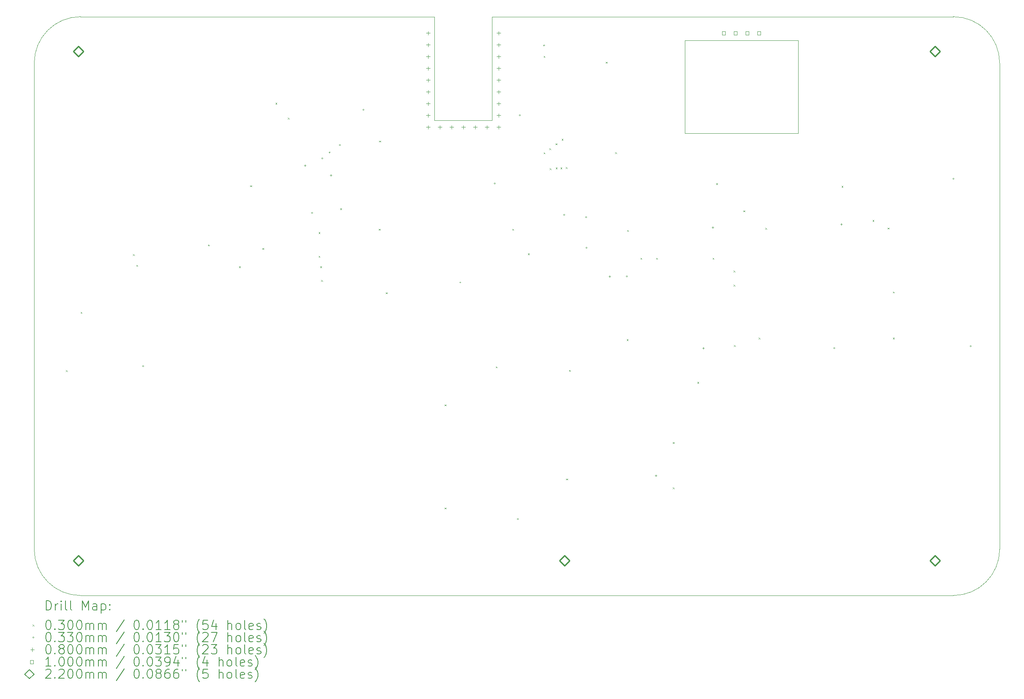
<source format=gbr>
%TF.GenerationSoftware,KiCad,Pcbnew,8.0.6*%
%TF.CreationDate,2024-11-15T02:05:07+00:00*%
%TF.ProjectId,keychron_hitbox,6b657963-6872-46f6-9e5f-686974626f78,rev?*%
%TF.SameCoordinates,Original*%
%TF.FileFunction,Drillmap*%
%TF.FilePolarity,Positive*%
%FSLAX45Y45*%
G04 Gerber Fmt 4.5, Leading zero omitted, Abs format (unit mm)*
G04 Created by KiCad (PCBNEW 8.0.6) date 2024-11-15 02:05:07*
%MOMM*%
%LPD*%
G01*
G04 APERTURE LIST*
%ADD10C,0.050000*%
%ADD11C,0.200000*%
%ADD12C,0.100000*%
%ADD13C,0.220000*%
G04 APERTURE END LIST*
D10*
X5300000Y-15000000D02*
X24150000Y-15000000D01*
X12946000Y-2500000D02*
X5300000Y-2500000D01*
X4300000Y-14000000D02*
X4300000Y-3500000D01*
X25150000Y-14000000D02*
G75*
G02*
X24150000Y-15000000I-1000000J0D01*
G01*
X24150000Y-2500000D02*
G75*
G02*
X25150000Y-3500000I0J-1000000D01*
G01*
X14189000Y-2500000D02*
X24150000Y-2500000D01*
X12946000Y-4735000D02*
X12946000Y-2500000D01*
X4300000Y-3500000D02*
G75*
G02*
X5300000Y-2500000I1000000J0D01*
G01*
X14189000Y-2500000D02*
X14189000Y-4735000D01*
X14189000Y-4735000D02*
X12946000Y-4735000D01*
X5300000Y-15000000D02*
G75*
G02*
X4300000Y-14000000I0J1000000D01*
G01*
X25150000Y-3500000D02*
X25150000Y-14000000D01*
X18350000Y-3015000D02*
X20800000Y-3015000D01*
X20800000Y-5015000D01*
X18350000Y-5015000D01*
X18350000Y-3015000D01*
D11*
D12*
X4986000Y-10134000D02*
X5016000Y-10164000D01*
X5016000Y-10134000D02*
X4986000Y-10164000D01*
X5301000Y-8875000D02*
X5331000Y-8905000D01*
X5331000Y-8875000D02*
X5301000Y-8905000D01*
X6432000Y-7630000D02*
X6462000Y-7660000D01*
X6462000Y-7630000D02*
X6432000Y-7660000D01*
X6503500Y-7861500D02*
X6533500Y-7891500D01*
X6533500Y-7861500D02*
X6503500Y-7891500D01*
X8724000Y-7892000D02*
X8754000Y-7922000D01*
X8754000Y-7892000D02*
X8724000Y-7922000D01*
X8965000Y-6141000D02*
X8995000Y-6171000D01*
X8995000Y-6141000D02*
X8965000Y-6171000D01*
X9227000Y-7497000D02*
X9257000Y-7527000D01*
X9257000Y-7497000D02*
X9227000Y-7527000D01*
X9512000Y-4362000D02*
X9542000Y-4392000D01*
X9542000Y-4362000D02*
X9512000Y-4392000D01*
X9775000Y-4680000D02*
X9805000Y-4710000D01*
X9805000Y-4680000D02*
X9775000Y-4710000D01*
X10440000Y-7152000D02*
X10470000Y-7182000D01*
X10470000Y-7152000D02*
X10440000Y-7182000D01*
X10440000Y-7665000D02*
X10470000Y-7695000D01*
X10470000Y-7665000D02*
X10440000Y-7695000D01*
X10474000Y-7892000D02*
X10504000Y-7922000D01*
X10504000Y-7892000D02*
X10474000Y-7922000D01*
X10495500Y-8187500D02*
X10525500Y-8217500D01*
X10525500Y-8187500D02*
X10495500Y-8217500D01*
X10906000Y-6636000D02*
X10936000Y-6666000D01*
X10936000Y-6636000D02*
X10906000Y-6666000D01*
X11743000Y-7083000D02*
X11773000Y-7113000D01*
X11773000Y-7083000D02*
X11743000Y-7113000D01*
X11748000Y-5175000D02*
X11778000Y-5205000D01*
X11778000Y-5175000D02*
X11748000Y-5205000D01*
X11893000Y-8455000D02*
X11923000Y-8485000D01*
X11923000Y-8455000D02*
X11893000Y-8485000D01*
X13165000Y-10875000D02*
X13195000Y-10905000D01*
X13195000Y-10875000D02*
X13165000Y-10905000D01*
X13165000Y-13100000D02*
X13195000Y-13130000D01*
X13195000Y-13100000D02*
X13165000Y-13130000D01*
X14269000Y-10054000D02*
X14299000Y-10084000D01*
X14299000Y-10054000D02*
X14269000Y-10084000D01*
X14626000Y-7083000D02*
X14656000Y-7113000D01*
X14656000Y-7083000D02*
X14626000Y-7113000D01*
X14964000Y-7612000D02*
X14994000Y-7642000D01*
X14994000Y-7612000D02*
X14964000Y-7642000D01*
X15301000Y-5430000D02*
X15331000Y-5460000D01*
X15331000Y-5430000D02*
X15301000Y-5460000D01*
X15302000Y-3346500D02*
X15332000Y-3376500D01*
X15332000Y-3346500D02*
X15302000Y-3376500D01*
X15426000Y-5341000D02*
X15456000Y-5371000D01*
X15456000Y-5341000D02*
X15426000Y-5371000D01*
X15435000Y-5775000D02*
X15465000Y-5805000D01*
X15465000Y-5775000D02*
X15435000Y-5805000D01*
X15559000Y-5238000D02*
X15589000Y-5268000D01*
X15589000Y-5238000D02*
X15559000Y-5268000D01*
X15564000Y-5759000D02*
X15594000Y-5789000D01*
X15594000Y-5759000D02*
X15564000Y-5789000D01*
X15666000Y-5756000D02*
X15696000Y-5786000D01*
X15696000Y-5756000D02*
X15666000Y-5786000D01*
X15693000Y-5141000D02*
X15723000Y-5171000D01*
X15723000Y-5141000D02*
X15693000Y-5171000D01*
X15781000Y-5747000D02*
X15811000Y-5777000D01*
X15811000Y-5747000D02*
X15781000Y-5777000D01*
X15789000Y-12477000D02*
X15819000Y-12507000D01*
X15819000Y-12477000D02*
X15789000Y-12507000D01*
X16642000Y-3475000D02*
X16672000Y-3505000D01*
X16672000Y-3475000D02*
X16642000Y-3505000D01*
X16849000Y-5425000D02*
X16879000Y-5455000D01*
X16879000Y-5425000D02*
X16849000Y-5455000D01*
X17095000Y-9465000D02*
X17125000Y-9495000D01*
X17125000Y-9465000D02*
X17095000Y-9495000D01*
X17104000Y-7106000D02*
X17134000Y-7136000D01*
X17134000Y-7106000D02*
X17104000Y-7136000D01*
X17393000Y-7710000D02*
X17423000Y-7740000D01*
X17423000Y-7710000D02*
X17393000Y-7740000D01*
X17730000Y-7710000D02*
X17760000Y-7740000D01*
X17760000Y-7710000D02*
X17730000Y-7740000D01*
X18092000Y-11689000D02*
X18122000Y-11719000D01*
X18122000Y-11689000D02*
X18092000Y-11719000D01*
X18092000Y-12666000D02*
X18122000Y-12696000D01*
X18122000Y-12666000D02*
X18092000Y-12696000D01*
X18620000Y-10386000D02*
X18650000Y-10416000D01*
X18650000Y-10386000D02*
X18620000Y-10416000D01*
X18950000Y-7710000D02*
X18980000Y-7740000D01*
X18980000Y-7710000D02*
X18950000Y-7740000D01*
X19026000Y-6096000D02*
X19056000Y-6126000D01*
X19056000Y-6096000D02*
X19026000Y-6126000D01*
X19405000Y-7984000D02*
X19435000Y-8014000D01*
X19435000Y-7984000D02*
X19405000Y-8014000D01*
X19405000Y-8287000D02*
X19435000Y-8317000D01*
X19435000Y-8287000D02*
X19405000Y-8317000D01*
X19414000Y-9593000D02*
X19444000Y-9623000D01*
X19444000Y-9593000D02*
X19414000Y-9623000D01*
X19615000Y-6685000D02*
X19645000Y-6715000D01*
X19645000Y-6685000D02*
X19615000Y-6715000D01*
X19945000Y-9430000D02*
X19975000Y-9460000D01*
X19975000Y-9430000D02*
X19945000Y-9460000D01*
X20090000Y-7060000D02*
X20120000Y-7090000D01*
X20120000Y-7060000D02*
X20090000Y-7090000D01*
X21737000Y-6153000D02*
X21767000Y-6183000D01*
X21767000Y-6153000D02*
X21737000Y-6183000D01*
X22403500Y-6893500D02*
X22433500Y-6923500D01*
X22433500Y-6893500D02*
X22403500Y-6923500D01*
X22729000Y-7055000D02*
X22759000Y-7085000D01*
X22759000Y-7055000D02*
X22729000Y-7085000D01*
X22845000Y-8437000D02*
X22875000Y-8467000D01*
X22875000Y-8437000D02*
X22845000Y-8467000D01*
X22845000Y-9430000D02*
X22875000Y-9460000D01*
X22875000Y-9430000D02*
X22845000Y-9460000D01*
X6670500Y-10047000D02*
G75*
G02*
X6637500Y-10047000I-16500J0D01*
G01*
X6637500Y-10047000D02*
G75*
G02*
X6670500Y-10047000I16500J0D01*
G01*
X8087500Y-7441000D02*
G75*
G02*
X8054500Y-7441000I-16500J0D01*
G01*
X8054500Y-7441000D02*
G75*
G02*
X8087500Y-7441000I16500J0D01*
G01*
X10168500Y-5718000D02*
G75*
G02*
X10135500Y-5718000I-16500J0D01*
G01*
X10135500Y-5718000D02*
G75*
G02*
X10168500Y-5718000I16500J0D01*
G01*
X10314500Y-6736000D02*
G75*
G02*
X10281500Y-6736000I-16500J0D01*
G01*
X10281500Y-6736000D02*
G75*
G02*
X10314500Y-6736000I16500J0D01*
G01*
X10536500Y-5560000D02*
G75*
G02*
X10503500Y-5560000I-16500J0D01*
G01*
X10503500Y-5560000D02*
G75*
G02*
X10536500Y-5560000I16500J0D01*
G01*
X10696500Y-5430000D02*
G75*
G02*
X10663500Y-5430000I-16500J0D01*
G01*
X10663500Y-5430000D02*
G75*
G02*
X10696500Y-5430000I16500J0D01*
G01*
X10726500Y-5930000D02*
G75*
G02*
X10693500Y-5930000I-16500J0D01*
G01*
X10693500Y-5930000D02*
G75*
G02*
X10726500Y-5930000I16500J0D01*
G01*
X10916500Y-5270000D02*
G75*
G02*
X10883500Y-5270000I-16500J0D01*
G01*
X10883500Y-5270000D02*
G75*
G02*
X10916500Y-5270000I16500J0D01*
G01*
X11422500Y-4510000D02*
G75*
G02*
X11389500Y-4510000I-16500J0D01*
G01*
X11389500Y-4510000D02*
G75*
G02*
X11422500Y-4510000I16500J0D01*
G01*
X13517500Y-8240000D02*
G75*
G02*
X13484500Y-8240000I-16500J0D01*
G01*
X13484500Y-8240000D02*
G75*
G02*
X13517500Y-8240000I16500J0D01*
G01*
X14262500Y-6100000D02*
G75*
G02*
X14229500Y-6100000I-16500J0D01*
G01*
X14229500Y-6100000D02*
G75*
G02*
X14262500Y-6100000I16500J0D01*
G01*
X14760500Y-13349000D02*
G75*
G02*
X14727500Y-13349000I-16500J0D01*
G01*
X14727500Y-13349000D02*
G75*
G02*
X14760500Y-13349000I16500J0D01*
G01*
X14806500Y-4630000D02*
G75*
G02*
X14773500Y-4630000I-16500J0D01*
G01*
X14773500Y-4630000D02*
G75*
G02*
X14806500Y-4630000I16500J0D01*
G01*
X15326500Y-3120000D02*
G75*
G02*
X15293500Y-3120000I-16500J0D01*
G01*
X15293500Y-3120000D02*
G75*
G02*
X15326500Y-3120000I16500J0D01*
G01*
X15759500Y-6780000D02*
G75*
G02*
X15726500Y-6780000I-16500J0D01*
G01*
X15726500Y-6780000D02*
G75*
G02*
X15759500Y-6780000I16500J0D01*
G01*
X15886500Y-10152000D02*
G75*
G02*
X15853500Y-10152000I-16500J0D01*
G01*
X15853500Y-10152000D02*
G75*
G02*
X15886500Y-10152000I16500J0D01*
G01*
X16234500Y-6832000D02*
G75*
G02*
X16201500Y-6832000I-16500J0D01*
G01*
X16201500Y-6832000D02*
G75*
G02*
X16234500Y-6832000I16500J0D01*
G01*
X16243500Y-7492000D02*
G75*
G02*
X16210500Y-7492000I-16500J0D01*
G01*
X16210500Y-7492000D02*
G75*
G02*
X16243500Y-7492000I16500J0D01*
G01*
X16746500Y-8110000D02*
G75*
G02*
X16713500Y-8110000I-16500J0D01*
G01*
X16713500Y-8110000D02*
G75*
G02*
X16746500Y-8110000I16500J0D01*
G01*
X17116500Y-8110000D02*
G75*
G02*
X17083500Y-8110000I-16500J0D01*
G01*
X17083500Y-8110000D02*
G75*
G02*
X17116500Y-8110000I16500J0D01*
G01*
X17744500Y-12412000D02*
G75*
G02*
X17711500Y-12412000I-16500J0D01*
G01*
X17711500Y-12412000D02*
G75*
G02*
X17744500Y-12412000I16500J0D01*
G01*
X18771500Y-9665000D02*
G75*
G02*
X18738500Y-9665000I-16500J0D01*
G01*
X18738500Y-9665000D02*
G75*
G02*
X18771500Y-9665000I16500J0D01*
G01*
X18973500Y-7055000D02*
G75*
G02*
X18940500Y-7055000I-16500J0D01*
G01*
X18940500Y-7055000D02*
G75*
G02*
X18973500Y-7055000I16500J0D01*
G01*
X21594500Y-9661000D02*
G75*
G02*
X21561500Y-9661000I-16500J0D01*
G01*
X21561500Y-9661000D02*
G75*
G02*
X21594500Y-9661000I16500J0D01*
G01*
X21748500Y-6986000D02*
G75*
G02*
X21715500Y-6986000I-16500J0D01*
G01*
X21715500Y-6986000D02*
G75*
G02*
X21748500Y-6986000I16500J0D01*
G01*
X24165500Y-6001000D02*
G75*
G02*
X24132500Y-6001000I-16500J0D01*
G01*
X24132500Y-6001000D02*
G75*
G02*
X24165500Y-6001000I16500J0D01*
G01*
X24540500Y-9617000D02*
G75*
G02*
X24507500Y-9617000I-16500J0D01*
G01*
X24507500Y-9617000D02*
G75*
G02*
X24540500Y-9617000I16500J0D01*
G01*
X12805000Y-2813500D02*
X12805000Y-2893500D01*
X12765000Y-2853500D02*
X12845000Y-2853500D01*
X12805000Y-3067500D02*
X12805000Y-3147500D01*
X12765000Y-3107500D02*
X12845000Y-3107500D01*
X12805000Y-3321500D02*
X12805000Y-3401500D01*
X12765000Y-3361500D02*
X12845000Y-3361500D01*
X12805000Y-3575500D02*
X12805000Y-3655500D01*
X12765000Y-3615500D02*
X12845000Y-3615500D01*
X12805000Y-3829500D02*
X12805000Y-3909500D01*
X12765000Y-3869500D02*
X12845000Y-3869500D01*
X12805000Y-4083500D02*
X12805000Y-4163500D01*
X12765000Y-4123500D02*
X12845000Y-4123500D01*
X12805000Y-4337500D02*
X12805000Y-4417500D01*
X12765000Y-4377500D02*
X12845000Y-4377500D01*
X12805000Y-4591500D02*
X12805000Y-4671500D01*
X12765000Y-4631500D02*
X12845000Y-4631500D01*
X12805000Y-4845500D02*
X12805000Y-4925500D01*
X12765000Y-4885500D02*
X12845000Y-4885500D01*
X13059000Y-4845500D02*
X13059000Y-4925500D01*
X13019000Y-4885500D02*
X13099000Y-4885500D01*
X13313000Y-4845500D02*
X13313000Y-4925500D01*
X13273000Y-4885500D02*
X13353000Y-4885500D01*
X13567000Y-4845500D02*
X13567000Y-4925500D01*
X13527000Y-4885500D02*
X13607000Y-4885500D01*
X13821000Y-4845500D02*
X13821000Y-4925500D01*
X13781000Y-4885500D02*
X13861000Y-4885500D01*
X14075000Y-4845500D02*
X14075000Y-4925500D01*
X14035000Y-4885500D02*
X14115000Y-4885500D01*
X14329000Y-2813500D02*
X14329000Y-2893500D01*
X14289000Y-2853500D02*
X14369000Y-2853500D01*
X14329000Y-3067500D02*
X14329000Y-3147500D01*
X14289000Y-3107500D02*
X14369000Y-3107500D01*
X14329000Y-3321500D02*
X14329000Y-3401500D01*
X14289000Y-3361500D02*
X14369000Y-3361500D01*
X14329000Y-3575500D02*
X14329000Y-3655500D01*
X14289000Y-3615500D02*
X14369000Y-3615500D01*
X14329000Y-3829500D02*
X14329000Y-3909500D01*
X14289000Y-3869500D02*
X14369000Y-3869500D01*
X14329000Y-4083500D02*
X14329000Y-4163500D01*
X14289000Y-4123500D02*
X14369000Y-4123500D01*
X14329000Y-4337500D02*
X14329000Y-4417500D01*
X14289000Y-4377500D02*
X14369000Y-4377500D01*
X14329000Y-4591500D02*
X14329000Y-4671500D01*
X14289000Y-4631500D02*
X14369000Y-4631500D01*
X14329000Y-4845500D02*
X14329000Y-4925500D01*
X14289000Y-4885500D02*
X14369000Y-4885500D01*
X19223356Y-2890356D02*
X19223356Y-2819644D01*
X19152644Y-2819644D01*
X19152644Y-2890356D01*
X19223356Y-2890356D01*
X19477356Y-2890356D02*
X19477356Y-2819644D01*
X19406644Y-2819644D01*
X19406644Y-2890356D01*
X19477356Y-2890356D01*
X19731356Y-2890356D02*
X19731356Y-2819644D01*
X19660644Y-2819644D01*
X19660644Y-2890356D01*
X19731356Y-2890356D01*
X19985356Y-2890356D02*
X19985356Y-2819644D01*
X19914644Y-2819644D01*
X19914644Y-2890356D01*
X19985356Y-2890356D01*
D13*
X5250000Y-3360000D02*
X5360000Y-3250000D01*
X5250000Y-3140000D01*
X5140000Y-3250000D01*
X5250000Y-3360000D01*
X5250000Y-14360000D02*
X5360000Y-14250000D01*
X5250000Y-14140000D01*
X5140000Y-14250000D01*
X5250000Y-14360000D01*
X15750000Y-14360000D02*
X15860000Y-14250000D01*
X15750000Y-14140000D01*
X15640000Y-14250000D01*
X15750000Y-14360000D01*
X23750000Y-3360000D02*
X23860000Y-3250000D01*
X23750000Y-3140000D01*
X23640000Y-3250000D01*
X23750000Y-3360000D01*
X23750000Y-14360000D02*
X23860000Y-14250000D01*
X23750000Y-14140000D01*
X23640000Y-14250000D01*
X23750000Y-14360000D01*
D11*
X4558277Y-15313984D02*
X4558277Y-15113984D01*
X4558277Y-15113984D02*
X4605896Y-15113984D01*
X4605896Y-15113984D02*
X4634467Y-15123508D01*
X4634467Y-15123508D02*
X4653515Y-15142555D01*
X4653515Y-15142555D02*
X4663039Y-15161603D01*
X4663039Y-15161603D02*
X4672563Y-15199698D01*
X4672563Y-15199698D02*
X4672563Y-15228269D01*
X4672563Y-15228269D02*
X4663039Y-15266365D01*
X4663039Y-15266365D02*
X4653515Y-15285412D01*
X4653515Y-15285412D02*
X4634467Y-15304460D01*
X4634467Y-15304460D02*
X4605896Y-15313984D01*
X4605896Y-15313984D02*
X4558277Y-15313984D01*
X4758277Y-15313984D02*
X4758277Y-15180650D01*
X4758277Y-15218746D02*
X4767801Y-15199698D01*
X4767801Y-15199698D02*
X4777324Y-15190174D01*
X4777324Y-15190174D02*
X4796372Y-15180650D01*
X4796372Y-15180650D02*
X4815420Y-15180650D01*
X4882086Y-15313984D02*
X4882086Y-15180650D01*
X4882086Y-15113984D02*
X4872563Y-15123508D01*
X4872563Y-15123508D02*
X4882086Y-15133031D01*
X4882086Y-15133031D02*
X4891610Y-15123508D01*
X4891610Y-15123508D02*
X4882086Y-15113984D01*
X4882086Y-15113984D02*
X4882086Y-15133031D01*
X5005896Y-15313984D02*
X4986848Y-15304460D01*
X4986848Y-15304460D02*
X4977324Y-15285412D01*
X4977324Y-15285412D02*
X4977324Y-15113984D01*
X5110658Y-15313984D02*
X5091610Y-15304460D01*
X5091610Y-15304460D02*
X5082086Y-15285412D01*
X5082086Y-15285412D02*
X5082086Y-15113984D01*
X5339229Y-15313984D02*
X5339229Y-15113984D01*
X5339229Y-15113984D02*
X5405896Y-15256841D01*
X5405896Y-15256841D02*
X5472563Y-15113984D01*
X5472563Y-15113984D02*
X5472563Y-15313984D01*
X5653515Y-15313984D02*
X5653515Y-15209222D01*
X5653515Y-15209222D02*
X5643991Y-15190174D01*
X5643991Y-15190174D02*
X5624943Y-15180650D01*
X5624943Y-15180650D02*
X5586848Y-15180650D01*
X5586848Y-15180650D02*
X5567801Y-15190174D01*
X5653515Y-15304460D02*
X5634467Y-15313984D01*
X5634467Y-15313984D02*
X5586848Y-15313984D01*
X5586848Y-15313984D02*
X5567801Y-15304460D01*
X5567801Y-15304460D02*
X5558277Y-15285412D01*
X5558277Y-15285412D02*
X5558277Y-15266365D01*
X5558277Y-15266365D02*
X5567801Y-15247317D01*
X5567801Y-15247317D02*
X5586848Y-15237793D01*
X5586848Y-15237793D02*
X5634467Y-15237793D01*
X5634467Y-15237793D02*
X5653515Y-15228269D01*
X5748753Y-15180650D02*
X5748753Y-15380650D01*
X5748753Y-15190174D02*
X5767801Y-15180650D01*
X5767801Y-15180650D02*
X5805896Y-15180650D01*
X5805896Y-15180650D02*
X5824943Y-15190174D01*
X5824943Y-15190174D02*
X5834467Y-15199698D01*
X5834467Y-15199698D02*
X5843991Y-15218746D01*
X5843991Y-15218746D02*
X5843991Y-15275888D01*
X5843991Y-15275888D02*
X5834467Y-15294936D01*
X5834467Y-15294936D02*
X5824943Y-15304460D01*
X5824943Y-15304460D02*
X5805896Y-15313984D01*
X5805896Y-15313984D02*
X5767801Y-15313984D01*
X5767801Y-15313984D02*
X5748753Y-15304460D01*
X5929705Y-15294936D02*
X5939229Y-15304460D01*
X5939229Y-15304460D02*
X5929705Y-15313984D01*
X5929705Y-15313984D02*
X5920182Y-15304460D01*
X5920182Y-15304460D02*
X5929705Y-15294936D01*
X5929705Y-15294936D02*
X5929705Y-15313984D01*
X5929705Y-15190174D02*
X5939229Y-15199698D01*
X5939229Y-15199698D02*
X5929705Y-15209222D01*
X5929705Y-15209222D02*
X5920182Y-15199698D01*
X5920182Y-15199698D02*
X5929705Y-15190174D01*
X5929705Y-15190174D02*
X5929705Y-15209222D01*
D12*
X4267500Y-15627500D02*
X4297500Y-15657500D01*
X4297500Y-15627500D02*
X4267500Y-15657500D01*
D11*
X4596372Y-15533984D02*
X4615420Y-15533984D01*
X4615420Y-15533984D02*
X4634467Y-15543508D01*
X4634467Y-15543508D02*
X4643991Y-15553031D01*
X4643991Y-15553031D02*
X4653515Y-15572079D01*
X4653515Y-15572079D02*
X4663039Y-15610174D01*
X4663039Y-15610174D02*
X4663039Y-15657793D01*
X4663039Y-15657793D02*
X4653515Y-15695888D01*
X4653515Y-15695888D02*
X4643991Y-15714936D01*
X4643991Y-15714936D02*
X4634467Y-15724460D01*
X4634467Y-15724460D02*
X4615420Y-15733984D01*
X4615420Y-15733984D02*
X4596372Y-15733984D01*
X4596372Y-15733984D02*
X4577324Y-15724460D01*
X4577324Y-15724460D02*
X4567801Y-15714936D01*
X4567801Y-15714936D02*
X4558277Y-15695888D01*
X4558277Y-15695888D02*
X4548753Y-15657793D01*
X4548753Y-15657793D02*
X4548753Y-15610174D01*
X4548753Y-15610174D02*
X4558277Y-15572079D01*
X4558277Y-15572079D02*
X4567801Y-15553031D01*
X4567801Y-15553031D02*
X4577324Y-15543508D01*
X4577324Y-15543508D02*
X4596372Y-15533984D01*
X4748753Y-15714936D02*
X4758277Y-15724460D01*
X4758277Y-15724460D02*
X4748753Y-15733984D01*
X4748753Y-15733984D02*
X4739229Y-15724460D01*
X4739229Y-15724460D02*
X4748753Y-15714936D01*
X4748753Y-15714936D02*
X4748753Y-15733984D01*
X4824944Y-15533984D02*
X4948753Y-15533984D01*
X4948753Y-15533984D02*
X4882086Y-15610174D01*
X4882086Y-15610174D02*
X4910658Y-15610174D01*
X4910658Y-15610174D02*
X4929705Y-15619698D01*
X4929705Y-15619698D02*
X4939229Y-15629222D01*
X4939229Y-15629222D02*
X4948753Y-15648269D01*
X4948753Y-15648269D02*
X4948753Y-15695888D01*
X4948753Y-15695888D02*
X4939229Y-15714936D01*
X4939229Y-15714936D02*
X4929705Y-15724460D01*
X4929705Y-15724460D02*
X4910658Y-15733984D01*
X4910658Y-15733984D02*
X4853515Y-15733984D01*
X4853515Y-15733984D02*
X4834467Y-15724460D01*
X4834467Y-15724460D02*
X4824944Y-15714936D01*
X5072563Y-15533984D02*
X5091610Y-15533984D01*
X5091610Y-15533984D02*
X5110658Y-15543508D01*
X5110658Y-15543508D02*
X5120182Y-15553031D01*
X5120182Y-15553031D02*
X5129705Y-15572079D01*
X5129705Y-15572079D02*
X5139229Y-15610174D01*
X5139229Y-15610174D02*
X5139229Y-15657793D01*
X5139229Y-15657793D02*
X5129705Y-15695888D01*
X5129705Y-15695888D02*
X5120182Y-15714936D01*
X5120182Y-15714936D02*
X5110658Y-15724460D01*
X5110658Y-15724460D02*
X5091610Y-15733984D01*
X5091610Y-15733984D02*
X5072563Y-15733984D01*
X5072563Y-15733984D02*
X5053515Y-15724460D01*
X5053515Y-15724460D02*
X5043991Y-15714936D01*
X5043991Y-15714936D02*
X5034467Y-15695888D01*
X5034467Y-15695888D02*
X5024944Y-15657793D01*
X5024944Y-15657793D02*
X5024944Y-15610174D01*
X5024944Y-15610174D02*
X5034467Y-15572079D01*
X5034467Y-15572079D02*
X5043991Y-15553031D01*
X5043991Y-15553031D02*
X5053515Y-15543508D01*
X5053515Y-15543508D02*
X5072563Y-15533984D01*
X5263039Y-15533984D02*
X5282086Y-15533984D01*
X5282086Y-15533984D02*
X5301134Y-15543508D01*
X5301134Y-15543508D02*
X5310658Y-15553031D01*
X5310658Y-15553031D02*
X5320182Y-15572079D01*
X5320182Y-15572079D02*
X5329705Y-15610174D01*
X5329705Y-15610174D02*
X5329705Y-15657793D01*
X5329705Y-15657793D02*
X5320182Y-15695888D01*
X5320182Y-15695888D02*
X5310658Y-15714936D01*
X5310658Y-15714936D02*
X5301134Y-15724460D01*
X5301134Y-15724460D02*
X5282086Y-15733984D01*
X5282086Y-15733984D02*
X5263039Y-15733984D01*
X5263039Y-15733984D02*
X5243991Y-15724460D01*
X5243991Y-15724460D02*
X5234467Y-15714936D01*
X5234467Y-15714936D02*
X5224944Y-15695888D01*
X5224944Y-15695888D02*
X5215420Y-15657793D01*
X5215420Y-15657793D02*
X5215420Y-15610174D01*
X5215420Y-15610174D02*
X5224944Y-15572079D01*
X5224944Y-15572079D02*
X5234467Y-15553031D01*
X5234467Y-15553031D02*
X5243991Y-15543508D01*
X5243991Y-15543508D02*
X5263039Y-15533984D01*
X5415420Y-15733984D02*
X5415420Y-15600650D01*
X5415420Y-15619698D02*
X5424944Y-15610174D01*
X5424944Y-15610174D02*
X5443991Y-15600650D01*
X5443991Y-15600650D02*
X5472563Y-15600650D01*
X5472563Y-15600650D02*
X5491610Y-15610174D01*
X5491610Y-15610174D02*
X5501134Y-15629222D01*
X5501134Y-15629222D02*
X5501134Y-15733984D01*
X5501134Y-15629222D02*
X5510658Y-15610174D01*
X5510658Y-15610174D02*
X5529705Y-15600650D01*
X5529705Y-15600650D02*
X5558277Y-15600650D01*
X5558277Y-15600650D02*
X5577325Y-15610174D01*
X5577325Y-15610174D02*
X5586848Y-15629222D01*
X5586848Y-15629222D02*
X5586848Y-15733984D01*
X5682086Y-15733984D02*
X5682086Y-15600650D01*
X5682086Y-15619698D02*
X5691610Y-15610174D01*
X5691610Y-15610174D02*
X5710658Y-15600650D01*
X5710658Y-15600650D02*
X5739229Y-15600650D01*
X5739229Y-15600650D02*
X5758277Y-15610174D01*
X5758277Y-15610174D02*
X5767801Y-15629222D01*
X5767801Y-15629222D02*
X5767801Y-15733984D01*
X5767801Y-15629222D02*
X5777324Y-15610174D01*
X5777324Y-15610174D02*
X5796372Y-15600650D01*
X5796372Y-15600650D02*
X5824943Y-15600650D01*
X5824943Y-15600650D02*
X5843991Y-15610174D01*
X5843991Y-15610174D02*
X5853515Y-15629222D01*
X5853515Y-15629222D02*
X5853515Y-15733984D01*
X6243991Y-15524460D02*
X6072563Y-15781603D01*
X6501134Y-15533984D02*
X6520182Y-15533984D01*
X6520182Y-15533984D02*
X6539229Y-15543508D01*
X6539229Y-15543508D02*
X6548753Y-15553031D01*
X6548753Y-15553031D02*
X6558277Y-15572079D01*
X6558277Y-15572079D02*
X6567801Y-15610174D01*
X6567801Y-15610174D02*
X6567801Y-15657793D01*
X6567801Y-15657793D02*
X6558277Y-15695888D01*
X6558277Y-15695888D02*
X6548753Y-15714936D01*
X6548753Y-15714936D02*
X6539229Y-15724460D01*
X6539229Y-15724460D02*
X6520182Y-15733984D01*
X6520182Y-15733984D02*
X6501134Y-15733984D01*
X6501134Y-15733984D02*
X6482086Y-15724460D01*
X6482086Y-15724460D02*
X6472563Y-15714936D01*
X6472563Y-15714936D02*
X6463039Y-15695888D01*
X6463039Y-15695888D02*
X6453515Y-15657793D01*
X6453515Y-15657793D02*
X6453515Y-15610174D01*
X6453515Y-15610174D02*
X6463039Y-15572079D01*
X6463039Y-15572079D02*
X6472563Y-15553031D01*
X6472563Y-15553031D02*
X6482086Y-15543508D01*
X6482086Y-15543508D02*
X6501134Y-15533984D01*
X6653515Y-15714936D02*
X6663039Y-15724460D01*
X6663039Y-15724460D02*
X6653515Y-15733984D01*
X6653515Y-15733984D02*
X6643991Y-15724460D01*
X6643991Y-15724460D02*
X6653515Y-15714936D01*
X6653515Y-15714936D02*
X6653515Y-15733984D01*
X6786848Y-15533984D02*
X6805896Y-15533984D01*
X6805896Y-15533984D02*
X6824944Y-15543508D01*
X6824944Y-15543508D02*
X6834467Y-15553031D01*
X6834467Y-15553031D02*
X6843991Y-15572079D01*
X6843991Y-15572079D02*
X6853515Y-15610174D01*
X6853515Y-15610174D02*
X6853515Y-15657793D01*
X6853515Y-15657793D02*
X6843991Y-15695888D01*
X6843991Y-15695888D02*
X6834467Y-15714936D01*
X6834467Y-15714936D02*
X6824944Y-15724460D01*
X6824944Y-15724460D02*
X6805896Y-15733984D01*
X6805896Y-15733984D02*
X6786848Y-15733984D01*
X6786848Y-15733984D02*
X6767801Y-15724460D01*
X6767801Y-15724460D02*
X6758277Y-15714936D01*
X6758277Y-15714936D02*
X6748753Y-15695888D01*
X6748753Y-15695888D02*
X6739229Y-15657793D01*
X6739229Y-15657793D02*
X6739229Y-15610174D01*
X6739229Y-15610174D02*
X6748753Y-15572079D01*
X6748753Y-15572079D02*
X6758277Y-15553031D01*
X6758277Y-15553031D02*
X6767801Y-15543508D01*
X6767801Y-15543508D02*
X6786848Y-15533984D01*
X7043991Y-15733984D02*
X6929706Y-15733984D01*
X6986848Y-15733984D02*
X6986848Y-15533984D01*
X6986848Y-15533984D02*
X6967801Y-15562555D01*
X6967801Y-15562555D02*
X6948753Y-15581603D01*
X6948753Y-15581603D02*
X6929706Y-15591127D01*
X7234467Y-15733984D02*
X7120182Y-15733984D01*
X7177325Y-15733984D02*
X7177325Y-15533984D01*
X7177325Y-15533984D02*
X7158277Y-15562555D01*
X7158277Y-15562555D02*
X7139229Y-15581603D01*
X7139229Y-15581603D02*
X7120182Y-15591127D01*
X7348753Y-15619698D02*
X7329706Y-15610174D01*
X7329706Y-15610174D02*
X7320182Y-15600650D01*
X7320182Y-15600650D02*
X7310658Y-15581603D01*
X7310658Y-15581603D02*
X7310658Y-15572079D01*
X7310658Y-15572079D02*
X7320182Y-15553031D01*
X7320182Y-15553031D02*
X7329706Y-15543508D01*
X7329706Y-15543508D02*
X7348753Y-15533984D01*
X7348753Y-15533984D02*
X7386848Y-15533984D01*
X7386848Y-15533984D02*
X7405896Y-15543508D01*
X7405896Y-15543508D02*
X7415420Y-15553031D01*
X7415420Y-15553031D02*
X7424944Y-15572079D01*
X7424944Y-15572079D02*
X7424944Y-15581603D01*
X7424944Y-15581603D02*
X7415420Y-15600650D01*
X7415420Y-15600650D02*
X7405896Y-15610174D01*
X7405896Y-15610174D02*
X7386848Y-15619698D01*
X7386848Y-15619698D02*
X7348753Y-15619698D01*
X7348753Y-15619698D02*
X7329706Y-15629222D01*
X7329706Y-15629222D02*
X7320182Y-15638746D01*
X7320182Y-15638746D02*
X7310658Y-15657793D01*
X7310658Y-15657793D02*
X7310658Y-15695888D01*
X7310658Y-15695888D02*
X7320182Y-15714936D01*
X7320182Y-15714936D02*
X7329706Y-15724460D01*
X7329706Y-15724460D02*
X7348753Y-15733984D01*
X7348753Y-15733984D02*
X7386848Y-15733984D01*
X7386848Y-15733984D02*
X7405896Y-15724460D01*
X7405896Y-15724460D02*
X7415420Y-15714936D01*
X7415420Y-15714936D02*
X7424944Y-15695888D01*
X7424944Y-15695888D02*
X7424944Y-15657793D01*
X7424944Y-15657793D02*
X7415420Y-15638746D01*
X7415420Y-15638746D02*
X7405896Y-15629222D01*
X7405896Y-15629222D02*
X7386848Y-15619698D01*
X7501134Y-15533984D02*
X7501134Y-15572079D01*
X7577325Y-15533984D02*
X7577325Y-15572079D01*
X7872563Y-15810174D02*
X7863039Y-15800650D01*
X7863039Y-15800650D02*
X7843991Y-15772079D01*
X7843991Y-15772079D02*
X7834468Y-15753031D01*
X7834468Y-15753031D02*
X7824944Y-15724460D01*
X7824944Y-15724460D02*
X7815420Y-15676841D01*
X7815420Y-15676841D02*
X7815420Y-15638746D01*
X7815420Y-15638746D02*
X7824944Y-15591127D01*
X7824944Y-15591127D02*
X7834468Y-15562555D01*
X7834468Y-15562555D02*
X7843991Y-15543508D01*
X7843991Y-15543508D02*
X7863039Y-15514936D01*
X7863039Y-15514936D02*
X7872563Y-15505412D01*
X8043991Y-15533984D02*
X7948753Y-15533984D01*
X7948753Y-15533984D02*
X7939229Y-15629222D01*
X7939229Y-15629222D02*
X7948753Y-15619698D01*
X7948753Y-15619698D02*
X7967801Y-15610174D01*
X7967801Y-15610174D02*
X8015420Y-15610174D01*
X8015420Y-15610174D02*
X8034468Y-15619698D01*
X8034468Y-15619698D02*
X8043991Y-15629222D01*
X8043991Y-15629222D02*
X8053515Y-15648269D01*
X8053515Y-15648269D02*
X8053515Y-15695888D01*
X8053515Y-15695888D02*
X8043991Y-15714936D01*
X8043991Y-15714936D02*
X8034468Y-15724460D01*
X8034468Y-15724460D02*
X8015420Y-15733984D01*
X8015420Y-15733984D02*
X7967801Y-15733984D01*
X7967801Y-15733984D02*
X7948753Y-15724460D01*
X7948753Y-15724460D02*
X7939229Y-15714936D01*
X8224944Y-15600650D02*
X8224944Y-15733984D01*
X8177325Y-15524460D02*
X8129706Y-15667317D01*
X8129706Y-15667317D02*
X8253515Y-15667317D01*
X8482087Y-15733984D02*
X8482087Y-15533984D01*
X8567801Y-15733984D02*
X8567801Y-15629222D01*
X8567801Y-15629222D02*
X8558277Y-15610174D01*
X8558277Y-15610174D02*
X8539230Y-15600650D01*
X8539230Y-15600650D02*
X8510658Y-15600650D01*
X8510658Y-15600650D02*
X8491611Y-15610174D01*
X8491611Y-15610174D02*
X8482087Y-15619698D01*
X8691611Y-15733984D02*
X8672563Y-15724460D01*
X8672563Y-15724460D02*
X8663039Y-15714936D01*
X8663039Y-15714936D02*
X8653515Y-15695888D01*
X8653515Y-15695888D02*
X8653515Y-15638746D01*
X8653515Y-15638746D02*
X8663039Y-15619698D01*
X8663039Y-15619698D02*
X8672563Y-15610174D01*
X8672563Y-15610174D02*
X8691611Y-15600650D01*
X8691611Y-15600650D02*
X8720182Y-15600650D01*
X8720182Y-15600650D02*
X8739230Y-15610174D01*
X8739230Y-15610174D02*
X8748753Y-15619698D01*
X8748753Y-15619698D02*
X8758277Y-15638746D01*
X8758277Y-15638746D02*
X8758277Y-15695888D01*
X8758277Y-15695888D02*
X8748753Y-15714936D01*
X8748753Y-15714936D02*
X8739230Y-15724460D01*
X8739230Y-15724460D02*
X8720182Y-15733984D01*
X8720182Y-15733984D02*
X8691611Y-15733984D01*
X8872563Y-15733984D02*
X8853515Y-15724460D01*
X8853515Y-15724460D02*
X8843992Y-15705412D01*
X8843992Y-15705412D02*
X8843992Y-15533984D01*
X9024944Y-15724460D02*
X9005896Y-15733984D01*
X9005896Y-15733984D02*
X8967801Y-15733984D01*
X8967801Y-15733984D02*
X8948753Y-15724460D01*
X8948753Y-15724460D02*
X8939230Y-15705412D01*
X8939230Y-15705412D02*
X8939230Y-15629222D01*
X8939230Y-15629222D02*
X8948753Y-15610174D01*
X8948753Y-15610174D02*
X8967801Y-15600650D01*
X8967801Y-15600650D02*
X9005896Y-15600650D01*
X9005896Y-15600650D02*
X9024944Y-15610174D01*
X9024944Y-15610174D02*
X9034468Y-15629222D01*
X9034468Y-15629222D02*
X9034468Y-15648269D01*
X9034468Y-15648269D02*
X8939230Y-15667317D01*
X9110658Y-15724460D02*
X9129706Y-15733984D01*
X9129706Y-15733984D02*
X9167801Y-15733984D01*
X9167801Y-15733984D02*
X9186849Y-15724460D01*
X9186849Y-15724460D02*
X9196373Y-15705412D01*
X9196373Y-15705412D02*
X9196373Y-15695888D01*
X9196373Y-15695888D02*
X9186849Y-15676841D01*
X9186849Y-15676841D02*
X9167801Y-15667317D01*
X9167801Y-15667317D02*
X9139230Y-15667317D01*
X9139230Y-15667317D02*
X9120182Y-15657793D01*
X9120182Y-15657793D02*
X9110658Y-15638746D01*
X9110658Y-15638746D02*
X9110658Y-15629222D01*
X9110658Y-15629222D02*
X9120182Y-15610174D01*
X9120182Y-15610174D02*
X9139230Y-15600650D01*
X9139230Y-15600650D02*
X9167801Y-15600650D01*
X9167801Y-15600650D02*
X9186849Y-15610174D01*
X9263039Y-15810174D02*
X9272563Y-15800650D01*
X9272563Y-15800650D02*
X9291611Y-15772079D01*
X9291611Y-15772079D02*
X9301134Y-15753031D01*
X9301134Y-15753031D02*
X9310658Y-15724460D01*
X9310658Y-15724460D02*
X9320182Y-15676841D01*
X9320182Y-15676841D02*
X9320182Y-15638746D01*
X9320182Y-15638746D02*
X9310658Y-15591127D01*
X9310658Y-15591127D02*
X9301134Y-15562555D01*
X9301134Y-15562555D02*
X9291611Y-15543508D01*
X9291611Y-15543508D02*
X9272563Y-15514936D01*
X9272563Y-15514936D02*
X9263039Y-15505412D01*
D12*
X4297500Y-15906500D02*
G75*
G02*
X4264500Y-15906500I-16500J0D01*
G01*
X4264500Y-15906500D02*
G75*
G02*
X4297500Y-15906500I16500J0D01*
G01*
D11*
X4596372Y-15797984D02*
X4615420Y-15797984D01*
X4615420Y-15797984D02*
X4634467Y-15807508D01*
X4634467Y-15807508D02*
X4643991Y-15817031D01*
X4643991Y-15817031D02*
X4653515Y-15836079D01*
X4653515Y-15836079D02*
X4663039Y-15874174D01*
X4663039Y-15874174D02*
X4663039Y-15921793D01*
X4663039Y-15921793D02*
X4653515Y-15959888D01*
X4653515Y-15959888D02*
X4643991Y-15978936D01*
X4643991Y-15978936D02*
X4634467Y-15988460D01*
X4634467Y-15988460D02*
X4615420Y-15997984D01*
X4615420Y-15997984D02*
X4596372Y-15997984D01*
X4596372Y-15997984D02*
X4577324Y-15988460D01*
X4577324Y-15988460D02*
X4567801Y-15978936D01*
X4567801Y-15978936D02*
X4558277Y-15959888D01*
X4558277Y-15959888D02*
X4548753Y-15921793D01*
X4548753Y-15921793D02*
X4548753Y-15874174D01*
X4548753Y-15874174D02*
X4558277Y-15836079D01*
X4558277Y-15836079D02*
X4567801Y-15817031D01*
X4567801Y-15817031D02*
X4577324Y-15807508D01*
X4577324Y-15807508D02*
X4596372Y-15797984D01*
X4748753Y-15978936D02*
X4758277Y-15988460D01*
X4758277Y-15988460D02*
X4748753Y-15997984D01*
X4748753Y-15997984D02*
X4739229Y-15988460D01*
X4739229Y-15988460D02*
X4748753Y-15978936D01*
X4748753Y-15978936D02*
X4748753Y-15997984D01*
X4824944Y-15797984D02*
X4948753Y-15797984D01*
X4948753Y-15797984D02*
X4882086Y-15874174D01*
X4882086Y-15874174D02*
X4910658Y-15874174D01*
X4910658Y-15874174D02*
X4929705Y-15883698D01*
X4929705Y-15883698D02*
X4939229Y-15893222D01*
X4939229Y-15893222D02*
X4948753Y-15912269D01*
X4948753Y-15912269D02*
X4948753Y-15959888D01*
X4948753Y-15959888D02*
X4939229Y-15978936D01*
X4939229Y-15978936D02*
X4929705Y-15988460D01*
X4929705Y-15988460D02*
X4910658Y-15997984D01*
X4910658Y-15997984D02*
X4853515Y-15997984D01*
X4853515Y-15997984D02*
X4834467Y-15988460D01*
X4834467Y-15988460D02*
X4824944Y-15978936D01*
X5015420Y-15797984D02*
X5139229Y-15797984D01*
X5139229Y-15797984D02*
X5072563Y-15874174D01*
X5072563Y-15874174D02*
X5101134Y-15874174D01*
X5101134Y-15874174D02*
X5120182Y-15883698D01*
X5120182Y-15883698D02*
X5129705Y-15893222D01*
X5129705Y-15893222D02*
X5139229Y-15912269D01*
X5139229Y-15912269D02*
X5139229Y-15959888D01*
X5139229Y-15959888D02*
X5129705Y-15978936D01*
X5129705Y-15978936D02*
X5120182Y-15988460D01*
X5120182Y-15988460D02*
X5101134Y-15997984D01*
X5101134Y-15997984D02*
X5043991Y-15997984D01*
X5043991Y-15997984D02*
X5024944Y-15988460D01*
X5024944Y-15988460D02*
X5015420Y-15978936D01*
X5263039Y-15797984D02*
X5282086Y-15797984D01*
X5282086Y-15797984D02*
X5301134Y-15807508D01*
X5301134Y-15807508D02*
X5310658Y-15817031D01*
X5310658Y-15817031D02*
X5320182Y-15836079D01*
X5320182Y-15836079D02*
X5329705Y-15874174D01*
X5329705Y-15874174D02*
X5329705Y-15921793D01*
X5329705Y-15921793D02*
X5320182Y-15959888D01*
X5320182Y-15959888D02*
X5310658Y-15978936D01*
X5310658Y-15978936D02*
X5301134Y-15988460D01*
X5301134Y-15988460D02*
X5282086Y-15997984D01*
X5282086Y-15997984D02*
X5263039Y-15997984D01*
X5263039Y-15997984D02*
X5243991Y-15988460D01*
X5243991Y-15988460D02*
X5234467Y-15978936D01*
X5234467Y-15978936D02*
X5224944Y-15959888D01*
X5224944Y-15959888D02*
X5215420Y-15921793D01*
X5215420Y-15921793D02*
X5215420Y-15874174D01*
X5215420Y-15874174D02*
X5224944Y-15836079D01*
X5224944Y-15836079D02*
X5234467Y-15817031D01*
X5234467Y-15817031D02*
X5243991Y-15807508D01*
X5243991Y-15807508D02*
X5263039Y-15797984D01*
X5415420Y-15997984D02*
X5415420Y-15864650D01*
X5415420Y-15883698D02*
X5424944Y-15874174D01*
X5424944Y-15874174D02*
X5443991Y-15864650D01*
X5443991Y-15864650D02*
X5472563Y-15864650D01*
X5472563Y-15864650D02*
X5491610Y-15874174D01*
X5491610Y-15874174D02*
X5501134Y-15893222D01*
X5501134Y-15893222D02*
X5501134Y-15997984D01*
X5501134Y-15893222D02*
X5510658Y-15874174D01*
X5510658Y-15874174D02*
X5529705Y-15864650D01*
X5529705Y-15864650D02*
X5558277Y-15864650D01*
X5558277Y-15864650D02*
X5577325Y-15874174D01*
X5577325Y-15874174D02*
X5586848Y-15893222D01*
X5586848Y-15893222D02*
X5586848Y-15997984D01*
X5682086Y-15997984D02*
X5682086Y-15864650D01*
X5682086Y-15883698D02*
X5691610Y-15874174D01*
X5691610Y-15874174D02*
X5710658Y-15864650D01*
X5710658Y-15864650D02*
X5739229Y-15864650D01*
X5739229Y-15864650D02*
X5758277Y-15874174D01*
X5758277Y-15874174D02*
X5767801Y-15893222D01*
X5767801Y-15893222D02*
X5767801Y-15997984D01*
X5767801Y-15893222D02*
X5777324Y-15874174D01*
X5777324Y-15874174D02*
X5796372Y-15864650D01*
X5796372Y-15864650D02*
X5824943Y-15864650D01*
X5824943Y-15864650D02*
X5843991Y-15874174D01*
X5843991Y-15874174D02*
X5853515Y-15893222D01*
X5853515Y-15893222D02*
X5853515Y-15997984D01*
X6243991Y-15788460D02*
X6072563Y-16045603D01*
X6501134Y-15797984D02*
X6520182Y-15797984D01*
X6520182Y-15797984D02*
X6539229Y-15807508D01*
X6539229Y-15807508D02*
X6548753Y-15817031D01*
X6548753Y-15817031D02*
X6558277Y-15836079D01*
X6558277Y-15836079D02*
X6567801Y-15874174D01*
X6567801Y-15874174D02*
X6567801Y-15921793D01*
X6567801Y-15921793D02*
X6558277Y-15959888D01*
X6558277Y-15959888D02*
X6548753Y-15978936D01*
X6548753Y-15978936D02*
X6539229Y-15988460D01*
X6539229Y-15988460D02*
X6520182Y-15997984D01*
X6520182Y-15997984D02*
X6501134Y-15997984D01*
X6501134Y-15997984D02*
X6482086Y-15988460D01*
X6482086Y-15988460D02*
X6472563Y-15978936D01*
X6472563Y-15978936D02*
X6463039Y-15959888D01*
X6463039Y-15959888D02*
X6453515Y-15921793D01*
X6453515Y-15921793D02*
X6453515Y-15874174D01*
X6453515Y-15874174D02*
X6463039Y-15836079D01*
X6463039Y-15836079D02*
X6472563Y-15817031D01*
X6472563Y-15817031D02*
X6482086Y-15807508D01*
X6482086Y-15807508D02*
X6501134Y-15797984D01*
X6653515Y-15978936D02*
X6663039Y-15988460D01*
X6663039Y-15988460D02*
X6653515Y-15997984D01*
X6653515Y-15997984D02*
X6643991Y-15988460D01*
X6643991Y-15988460D02*
X6653515Y-15978936D01*
X6653515Y-15978936D02*
X6653515Y-15997984D01*
X6786848Y-15797984D02*
X6805896Y-15797984D01*
X6805896Y-15797984D02*
X6824944Y-15807508D01*
X6824944Y-15807508D02*
X6834467Y-15817031D01*
X6834467Y-15817031D02*
X6843991Y-15836079D01*
X6843991Y-15836079D02*
X6853515Y-15874174D01*
X6853515Y-15874174D02*
X6853515Y-15921793D01*
X6853515Y-15921793D02*
X6843991Y-15959888D01*
X6843991Y-15959888D02*
X6834467Y-15978936D01*
X6834467Y-15978936D02*
X6824944Y-15988460D01*
X6824944Y-15988460D02*
X6805896Y-15997984D01*
X6805896Y-15997984D02*
X6786848Y-15997984D01*
X6786848Y-15997984D02*
X6767801Y-15988460D01*
X6767801Y-15988460D02*
X6758277Y-15978936D01*
X6758277Y-15978936D02*
X6748753Y-15959888D01*
X6748753Y-15959888D02*
X6739229Y-15921793D01*
X6739229Y-15921793D02*
X6739229Y-15874174D01*
X6739229Y-15874174D02*
X6748753Y-15836079D01*
X6748753Y-15836079D02*
X6758277Y-15817031D01*
X6758277Y-15817031D02*
X6767801Y-15807508D01*
X6767801Y-15807508D02*
X6786848Y-15797984D01*
X7043991Y-15997984D02*
X6929706Y-15997984D01*
X6986848Y-15997984D02*
X6986848Y-15797984D01*
X6986848Y-15797984D02*
X6967801Y-15826555D01*
X6967801Y-15826555D02*
X6948753Y-15845603D01*
X6948753Y-15845603D02*
X6929706Y-15855127D01*
X7110658Y-15797984D02*
X7234467Y-15797984D01*
X7234467Y-15797984D02*
X7167801Y-15874174D01*
X7167801Y-15874174D02*
X7196372Y-15874174D01*
X7196372Y-15874174D02*
X7215420Y-15883698D01*
X7215420Y-15883698D02*
X7224944Y-15893222D01*
X7224944Y-15893222D02*
X7234467Y-15912269D01*
X7234467Y-15912269D02*
X7234467Y-15959888D01*
X7234467Y-15959888D02*
X7224944Y-15978936D01*
X7224944Y-15978936D02*
X7215420Y-15988460D01*
X7215420Y-15988460D02*
X7196372Y-15997984D01*
X7196372Y-15997984D02*
X7139229Y-15997984D01*
X7139229Y-15997984D02*
X7120182Y-15988460D01*
X7120182Y-15988460D02*
X7110658Y-15978936D01*
X7358277Y-15797984D02*
X7377325Y-15797984D01*
X7377325Y-15797984D02*
X7396372Y-15807508D01*
X7396372Y-15807508D02*
X7405896Y-15817031D01*
X7405896Y-15817031D02*
X7415420Y-15836079D01*
X7415420Y-15836079D02*
X7424944Y-15874174D01*
X7424944Y-15874174D02*
X7424944Y-15921793D01*
X7424944Y-15921793D02*
X7415420Y-15959888D01*
X7415420Y-15959888D02*
X7405896Y-15978936D01*
X7405896Y-15978936D02*
X7396372Y-15988460D01*
X7396372Y-15988460D02*
X7377325Y-15997984D01*
X7377325Y-15997984D02*
X7358277Y-15997984D01*
X7358277Y-15997984D02*
X7339229Y-15988460D01*
X7339229Y-15988460D02*
X7329706Y-15978936D01*
X7329706Y-15978936D02*
X7320182Y-15959888D01*
X7320182Y-15959888D02*
X7310658Y-15921793D01*
X7310658Y-15921793D02*
X7310658Y-15874174D01*
X7310658Y-15874174D02*
X7320182Y-15836079D01*
X7320182Y-15836079D02*
X7329706Y-15817031D01*
X7329706Y-15817031D02*
X7339229Y-15807508D01*
X7339229Y-15807508D02*
X7358277Y-15797984D01*
X7501134Y-15797984D02*
X7501134Y-15836079D01*
X7577325Y-15797984D02*
X7577325Y-15836079D01*
X7872563Y-16074174D02*
X7863039Y-16064650D01*
X7863039Y-16064650D02*
X7843991Y-16036079D01*
X7843991Y-16036079D02*
X7834468Y-16017031D01*
X7834468Y-16017031D02*
X7824944Y-15988460D01*
X7824944Y-15988460D02*
X7815420Y-15940841D01*
X7815420Y-15940841D02*
X7815420Y-15902746D01*
X7815420Y-15902746D02*
X7824944Y-15855127D01*
X7824944Y-15855127D02*
X7834468Y-15826555D01*
X7834468Y-15826555D02*
X7843991Y-15807508D01*
X7843991Y-15807508D02*
X7863039Y-15778936D01*
X7863039Y-15778936D02*
X7872563Y-15769412D01*
X7939229Y-15817031D02*
X7948753Y-15807508D01*
X7948753Y-15807508D02*
X7967801Y-15797984D01*
X7967801Y-15797984D02*
X8015420Y-15797984D01*
X8015420Y-15797984D02*
X8034468Y-15807508D01*
X8034468Y-15807508D02*
X8043991Y-15817031D01*
X8043991Y-15817031D02*
X8053515Y-15836079D01*
X8053515Y-15836079D02*
X8053515Y-15855127D01*
X8053515Y-15855127D02*
X8043991Y-15883698D01*
X8043991Y-15883698D02*
X7929706Y-15997984D01*
X7929706Y-15997984D02*
X8053515Y-15997984D01*
X8120182Y-15797984D02*
X8253515Y-15797984D01*
X8253515Y-15797984D02*
X8167801Y-15997984D01*
X8482087Y-15997984D02*
X8482087Y-15797984D01*
X8567801Y-15997984D02*
X8567801Y-15893222D01*
X8567801Y-15893222D02*
X8558277Y-15874174D01*
X8558277Y-15874174D02*
X8539230Y-15864650D01*
X8539230Y-15864650D02*
X8510658Y-15864650D01*
X8510658Y-15864650D02*
X8491611Y-15874174D01*
X8491611Y-15874174D02*
X8482087Y-15883698D01*
X8691611Y-15997984D02*
X8672563Y-15988460D01*
X8672563Y-15988460D02*
X8663039Y-15978936D01*
X8663039Y-15978936D02*
X8653515Y-15959888D01*
X8653515Y-15959888D02*
X8653515Y-15902746D01*
X8653515Y-15902746D02*
X8663039Y-15883698D01*
X8663039Y-15883698D02*
X8672563Y-15874174D01*
X8672563Y-15874174D02*
X8691611Y-15864650D01*
X8691611Y-15864650D02*
X8720182Y-15864650D01*
X8720182Y-15864650D02*
X8739230Y-15874174D01*
X8739230Y-15874174D02*
X8748753Y-15883698D01*
X8748753Y-15883698D02*
X8758277Y-15902746D01*
X8758277Y-15902746D02*
X8758277Y-15959888D01*
X8758277Y-15959888D02*
X8748753Y-15978936D01*
X8748753Y-15978936D02*
X8739230Y-15988460D01*
X8739230Y-15988460D02*
X8720182Y-15997984D01*
X8720182Y-15997984D02*
X8691611Y-15997984D01*
X8872563Y-15997984D02*
X8853515Y-15988460D01*
X8853515Y-15988460D02*
X8843992Y-15969412D01*
X8843992Y-15969412D02*
X8843992Y-15797984D01*
X9024944Y-15988460D02*
X9005896Y-15997984D01*
X9005896Y-15997984D02*
X8967801Y-15997984D01*
X8967801Y-15997984D02*
X8948753Y-15988460D01*
X8948753Y-15988460D02*
X8939230Y-15969412D01*
X8939230Y-15969412D02*
X8939230Y-15893222D01*
X8939230Y-15893222D02*
X8948753Y-15874174D01*
X8948753Y-15874174D02*
X8967801Y-15864650D01*
X8967801Y-15864650D02*
X9005896Y-15864650D01*
X9005896Y-15864650D02*
X9024944Y-15874174D01*
X9024944Y-15874174D02*
X9034468Y-15893222D01*
X9034468Y-15893222D02*
X9034468Y-15912269D01*
X9034468Y-15912269D02*
X8939230Y-15931317D01*
X9110658Y-15988460D02*
X9129706Y-15997984D01*
X9129706Y-15997984D02*
X9167801Y-15997984D01*
X9167801Y-15997984D02*
X9186849Y-15988460D01*
X9186849Y-15988460D02*
X9196373Y-15969412D01*
X9196373Y-15969412D02*
X9196373Y-15959888D01*
X9196373Y-15959888D02*
X9186849Y-15940841D01*
X9186849Y-15940841D02*
X9167801Y-15931317D01*
X9167801Y-15931317D02*
X9139230Y-15931317D01*
X9139230Y-15931317D02*
X9120182Y-15921793D01*
X9120182Y-15921793D02*
X9110658Y-15902746D01*
X9110658Y-15902746D02*
X9110658Y-15893222D01*
X9110658Y-15893222D02*
X9120182Y-15874174D01*
X9120182Y-15874174D02*
X9139230Y-15864650D01*
X9139230Y-15864650D02*
X9167801Y-15864650D01*
X9167801Y-15864650D02*
X9186849Y-15874174D01*
X9263039Y-16074174D02*
X9272563Y-16064650D01*
X9272563Y-16064650D02*
X9291611Y-16036079D01*
X9291611Y-16036079D02*
X9301134Y-16017031D01*
X9301134Y-16017031D02*
X9310658Y-15988460D01*
X9310658Y-15988460D02*
X9320182Y-15940841D01*
X9320182Y-15940841D02*
X9320182Y-15902746D01*
X9320182Y-15902746D02*
X9310658Y-15855127D01*
X9310658Y-15855127D02*
X9301134Y-15826555D01*
X9301134Y-15826555D02*
X9291611Y-15807508D01*
X9291611Y-15807508D02*
X9272563Y-15778936D01*
X9272563Y-15778936D02*
X9263039Y-15769412D01*
D12*
X4257500Y-16130500D02*
X4257500Y-16210500D01*
X4217500Y-16170500D02*
X4297500Y-16170500D01*
D11*
X4596372Y-16061984D02*
X4615420Y-16061984D01*
X4615420Y-16061984D02*
X4634467Y-16071508D01*
X4634467Y-16071508D02*
X4643991Y-16081031D01*
X4643991Y-16081031D02*
X4653515Y-16100079D01*
X4653515Y-16100079D02*
X4663039Y-16138174D01*
X4663039Y-16138174D02*
X4663039Y-16185793D01*
X4663039Y-16185793D02*
X4653515Y-16223888D01*
X4653515Y-16223888D02*
X4643991Y-16242936D01*
X4643991Y-16242936D02*
X4634467Y-16252460D01*
X4634467Y-16252460D02*
X4615420Y-16261984D01*
X4615420Y-16261984D02*
X4596372Y-16261984D01*
X4596372Y-16261984D02*
X4577324Y-16252460D01*
X4577324Y-16252460D02*
X4567801Y-16242936D01*
X4567801Y-16242936D02*
X4558277Y-16223888D01*
X4558277Y-16223888D02*
X4548753Y-16185793D01*
X4548753Y-16185793D02*
X4548753Y-16138174D01*
X4548753Y-16138174D02*
X4558277Y-16100079D01*
X4558277Y-16100079D02*
X4567801Y-16081031D01*
X4567801Y-16081031D02*
X4577324Y-16071508D01*
X4577324Y-16071508D02*
X4596372Y-16061984D01*
X4748753Y-16242936D02*
X4758277Y-16252460D01*
X4758277Y-16252460D02*
X4748753Y-16261984D01*
X4748753Y-16261984D02*
X4739229Y-16252460D01*
X4739229Y-16252460D02*
X4748753Y-16242936D01*
X4748753Y-16242936D02*
X4748753Y-16261984D01*
X4872563Y-16147698D02*
X4853515Y-16138174D01*
X4853515Y-16138174D02*
X4843991Y-16128650D01*
X4843991Y-16128650D02*
X4834467Y-16109603D01*
X4834467Y-16109603D02*
X4834467Y-16100079D01*
X4834467Y-16100079D02*
X4843991Y-16081031D01*
X4843991Y-16081031D02*
X4853515Y-16071508D01*
X4853515Y-16071508D02*
X4872563Y-16061984D01*
X4872563Y-16061984D02*
X4910658Y-16061984D01*
X4910658Y-16061984D02*
X4929705Y-16071508D01*
X4929705Y-16071508D02*
X4939229Y-16081031D01*
X4939229Y-16081031D02*
X4948753Y-16100079D01*
X4948753Y-16100079D02*
X4948753Y-16109603D01*
X4948753Y-16109603D02*
X4939229Y-16128650D01*
X4939229Y-16128650D02*
X4929705Y-16138174D01*
X4929705Y-16138174D02*
X4910658Y-16147698D01*
X4910658Y-16147698D02*
X4872563Y-16147698D01*
X4872563Y-16147698D02*
X4853515Y-16157222D01*
X4853515Y-16157222D02*
X4843991Y-16166746D01*
X4843991Y-16166746D02*
X4834467Y-16185793D01*
X4834467Y-16185793D02*
X4834467Y-16223888D01*
X4834467Y-16223888D02*
X4843991Y-16242936D01*
X4843991Y-16242936D02*
X4853515Y-16252460D01*
X4853515Y-16252460D02*
X4872563Y-16261984D01*
X4872563Y-16261984D02*
X4910658Y-16261984D01*
X4910658Y-16261984D02*
X4929705Y-16252460D01*
X4929705Y-16252460D02*
X4939229Y-16242936D01*
X4939229Y-16242936D02*
X4948753Y-16223888D01*
X4948753Y-16223888D02*
X4948753Y-16185793D01*
X4948753Y-16185793D02*
X4939229Y-16166746D01*
X4939229Y-16166746D02*
X4929705Y-16157222D01*
X4929705Y-16157222D02*
X4910658Y-16147698D01*
X5072563Y-16061984D02*
X5091610Y-16061984D01*
X5091610Y-16061984D02*
X5110658Y-16071508D01*
X5110658Y-16071508D02*
X5120182Y-16081031D01*
X5120182Y-16081031D02*
X5129705Y-16100079D01*
X5129705Y-16100079D02*
X5139229Y-16138174D01*
X5139229Y-16138174D02*
X5139229Y-16185793D01*
X5139229Y-16185793D02*
X5129705Y-16223888D01*
X5129705Y-16223888D02*
X5120182Y-16242936D01*
X5120182Y-16242936D02*
X5110658Y-16252460D01*
X5110658Y-16252460D02*
X5091610Y-16261984D01*
X5091610Y-16261984D02*
X5072563Y-16261984D01*
X5072563Y-16261984D02*
X5053515Y-16252460D01*
X5053515Y-16252460D02*
X5043991Y-16242936D01*
X5043991Y-16242936D02*
X5034467Y-16223888D01*
X5034467Y-16223888D02*
X5024944Y-16185793D01*
X5024944Y-16185793D02*
X5024944Y-16138174D01*
X5024944Y-16138174D02*
X5034467Y-16100079D01*
X5034467Y-16100079D02*
X5043991Y-16081031D01*
X5043991Y-16081031D02*
X5053515Y-16071508D01*
X5053515Y-16071508D02*
X5072563Y-16061984D01*
X5263039Y-16061984D02*
X5282086Y-16061984D01*
X5282086Y-16061984D02*
X5301134Y-16071508D01*
X5301134Y-16071508D02*
X5310658Y-16081031D01*
X5310658Y-16081031D02*
X5320182Y-16100079D01*
X5320182Y-16100079D02*
X5329705Y-16138174D01*
X5329705Y-16138174D02*
X5329705Y-16185793D01*
X5329705Y-16185793D02*
X5320182Y-16223888D01*
X5320182Y-16223888D02*
X5310658Y-16242936D01*
X5310658Y-16242936D02*
X5301134Y-16252460D01*
X5301134Y-16252460D02*
X5282086Y-16261984D01*
X5282086Y-16261984D02*
X5263039Y-16261984D01*
X5263039Y-16261984D02*
X5243991Y-16252460D01*
X5243991Y-16252460D02*
X5234467Y-16242936D01*
X5234467Y-16242936D02*
X5224944Y-16223888D01*
X5224944Y-16223888D02*
X5215420Y-16185793D01*
X5215420Y-16185793D02*
X5215420Y-16138174D01*
X5215420Y-16138174D02*
X5224944Y-16100079D01*
X5224944Y-16100079D02*
X5234467Y-16081031D01*
X5234467Y-16081031D02*
X5243991Y-16071508D01*
X5243991Y-16071508D02*
X5263039Y-16061984D01*
X5415420Y-16261984D02*
X5415420Y-16128650D01*
X5415420Y-16147698D02*
X5424944Y-16138174D01*
X5424944Y-16138174D02*
X5443991Y-16128650D01*
X5443991Y-16128650D02*
X5472563Y-16128650D01*
X5472563Y-16128650D02*
X5491610Y-16138174D01*
X5491610Y-16138174D02*
X5501134Y-16157222D01*
X5501134Y-16157222D02*
X5501134Y-16261984D01*
X5501134Y-16157222D02*
X5510658Y-16138174D01*
X5510658Y-16138174D02*
X5529705Y-16128650D01*
X5529705Y-16128650D02*
X5558277Y-16128650D01*
X5558277Y-16128650D02*
X5577325Y-16138174D01*
X5577325Y-16138174D02*
X5586848Y-16157222D01*
X5586848Y-16157222D02*
X5586848Y-16261984D01*
X5682086Y-16261984D02*
X5682086Y-16128650D01*
X5682086Y-16147698D02*
X5691610Y-16138174D01*
X5691610Y-16138174D02*
X5710658Y-16128650D01*
X5710658Y-16128650D02*
X5739229Y-16128650D01*
X5739229Y-16128650D02*
X5758277Y-16138174D01*
X5758277Y-16138174D02*
X5767801Y-16157222D01*
X5767801Y-16157222D02*
X5767801Y-16261984D01*
X5767801Y-16157222D02*
X5777324Y-16138174D01*
X5777324Y-16138174D02*
X5796372Y-16128650D01*
X5796372Y-16128650D02*
X5824943Y-16128650D01*
X5824943Y-16128650D02*
X5843991Y-16138174D01*
X5843991Y-16138174D02*
X5853515Y-16157222D01*
X5853515Y-16157222D02*
X5853515Y-16261984D01*
X6243991Y-16052460D02*
X6072563Y-16309603D01*
X6501134Y-16061984D02*
X6520182Y-16061984D01*
X6520182Y-16061984D02*
X6539229Y-16071508D01*
X6539229Y-16071508D02*
X6548753Y-16081031D01*
X6548753Y-16081031D02*
X6558277Y-16100079D01*
X6558277Y-16100079D02*
X6567801Y-16138174D01*
X6567801Y-16138174D02*
X6567801Y-16185793D01*
X6567801Y-16185793D02*
X6558277Y-16223888D01*
X6558277Y-16223888D02*
X6548753Y-16242936D01*
X6548753Y-16242936D02*
X6539229Y-16252460D01*
X6539229Y-16252460D02*
X6520182Y-16261984D01*
X6520182Y-16261984D02*
X6501134Y-16261984D01*
X6501134Y-16261984D02*
X6482086Y-16252460D01*
X6482086Y-16252460D02*
X6472563Y-16242936D01*
X6472563Y-16242936D02*
X6463039Y-16223888D01*
X6463039Y-16223888D02*
X6453515Y-16185793D01*
X6453515Y-16185793D02*
X6453515Y-16138174D01*
X6453515Y-16138174D02*
X6463039Y-16100079D01*
X6463039Y-16100079D02*
X6472563Y-16081031D01*
X6472563Y-16081031D02*
X6482086Y-16071508D01*
X6482086Y-16071508D02*
X6501134Y-16061984D01*
X6653515Y-16242936D02*
X6663039Y-16252460D01*
X6663039Y-16252460D02*
X6653515Y-16261984D01*
X6653515Y-16261984D02*
X6643991Y-16252460D01*
X6643991Y-16252460D02*
X6653515Y-16242936D01*
X6653515Y-16242936D02*
X6653515Y-16261984D01*
X6786848Y-16061984D02*
X6805896Y-16061984D01*
X6805896Y-16061984D02*
X6824944Y-16071508D01*
X6824944Y-16071508D02*
X6834467Y-16081031D01*
X6834467Y-16081031D02*
X6843991Y-16100079D01*
X6843991Y-16100079D02*
X6853515Y-16138174D01*
X6853515Y-16138174D02*
X6853515Y-16185793D01*
X6853515Y-16185793D02*
X6843991Y-16223888D01*
X6843991Y-16223888D02*
X6834467Y-16242936D01*
X6834467Y-16242936D02*
X6824944Y-16252460D01*
X6824944Y-16252460D02*
X6805896Y-16261984D01*
X6805896Y-16261984D02*
X6786848Y-16261984D01*
X6786848Y-16261984D02*
X6767801Y-16252460D01*
X6767801Y-16252460D02*
X6758277Y-16242936D01*
X6758277Y-16242936D02*
X6748753Y-16223888D01*
X6748753Y-16223888D02*
X6739229Y-16185793D01*
X6739229Y-16185793D02*
X6739229Y-16138174D01*
X6739229Y-16138174D02*
X6748753Y-16100079D01*
X6748753Y-16100079D02*
X6758277Y-16081031D01*
X6758277Y-16081031D02*
X6767801Y-16071508D01*
X6767801Y-16071508D02*
X6786848Y-16061984D01*
X6920182Y-16061984D02*
X7043991Y-16061984D01*
X7043991Y-16061984D02*
X6977325Y-16138174D01*
X6977325Y-16138174D02*
X7005896Y-16138174D01*
X7005896Y-16138174D02*
X7024944Y-16147698D01*
X7024944Y-16147698D02*
X7034467Y-16157222D01*
X7034467Y-16157222D02*
X7043991Y-16176269D01*
X7043991Y-16176269D02*
X7043991Y-16223888D01*
X7043991Y-16223888D02*
X7034467Y-16242936D01*
X7034467Y-16242936D02*
X7024944Y-16252460D01*
X7024944Y-16252460D02*
X7005896Y-16261984D01*
X7005896Y-16261984D02*
X6948753Y-16261984D01*
X6948753Y-16261984D02*
X6929706Y-16252460D01*
X6929706Y-16252460D02*
X6920182Y-16242936D01*
X7234467Y-16261984D02*
X7120182Y-16261984D01*
X7177325Y-16261984D02*
X7177325Y-16061984D01*
X7177325Y-16061984D02*
X7158277Y-16090555D01*
X7158277Y-16090555D02*
X7139229Y-16109603D01*
X7139229Y-16109603D02*
X7120182Y-16119127D01*
X7415420Y-16061984D02*
X7320182Y-16061984D01*
X7320182Y-16061984D02*
X7310658Y-16157222D01*
X7310658Y-16157222D02*
X7320182Y-16147698D01*
X7320182Y-16147698D02*
X7339229Y-16138174D01*
X7339229Y-16138174D02*
X7386848Y-16138174D01*
X7386848Y-16138174D02*
X7405896Y-16147698D01*
X7405896Y-16147698D02*
X7415420Y-16157222D01*
X7415420Y-16157222D02*
X7424944Y-16176269D01*
X7424944Y-16176269D02*
X7424944Y-16223888D01*
X7424944Y-16223888D02*
X7415420Y-16242936D01*
X7415420Y-16242936D02*
X7405896Y-16252460D01*
X7405896Y-16252460D02*
X7386848Y-16261984D01*
X7386848Y-16261984D02*
X7339229Y-16261984D01*
X7339229Y-16261984D02*
X7320182Y-16252460D01*
X7320182Y-16252460D02*
X7310658Y-16242936D01*
X7501134Y-16061984D02*
X7501134Y-16100079D01*
X7577325Y-16061984D02*
X7577325Y-16100079D01*
X7872563Y-16338174D02*
X7863039Y-16328650D01*
X7863039Y-16328650D02*
X7843991Y-16300079D01*
X7843991Y-16300079D02*
X7834468Y-16281031D01*
X7834468Y-16281031D02*
X7824944Y-16252460D01*
X7824944Y-16252460D02*
X7815420Y-16204841D01*
X7815420Y-16204841D02*
X7815420Y-16166746D01*
X7815420Y-16166746D02*
X7824944Y-16119127D01*
X7824944Y-16119127D02*
X7834468Y-16090555D01*
X7834468Y-16090555D02*
X7843991Y-16071508D01*
X7843991Y-16071508D02*
X7863039Y-16042936D01*
X7863039Y-16042936D02*
X7872563Y-16033412D01*
X7939229Y-16081031D02*
X7948753Y-16071508D01*
X7948753Y-16071508D02*
X7967801Y-16061984D01*
X7967801Y-16061984D02*
X8015420Y-16061984D01*
X8015420Y-16061984D02*
X8034468Y-16071508D01*
X8034468Y-16071508D02*
X8043991Y-16081031D01*
X8043991Y-16081031D02*
X8053515Y-16100079D01*
X8053515Y-16100079D02*
X8053515Y-16119127D01*
X8053515Y-16119127D02*
X8043991Y-16147698D01*
X8043991Y-16147698D02*
X7929706Y-16261984D01*
X7929706Y-16261984D02*
X8053515Y-16261984D01*
X8120182Y-16061984D02*
X8243991Y-16061984D01*
X8243991Y-16061984D02*
X8177325Y-16138174D01*
X8177325Y-16138174D02*
X8205896Y-16138174D01*
X8205896Y-16138174D02*
X8224944Y-16147698D01*
X8224944Y-16147698D02*
X8234468Y-16157222D01*
X8234468Y-16157222D02*
X8243991Y-16176269D01*
X8243991Y-16176269D02*
X8243991Y-16223888D01*
X8243991Y-16223888D02*
X8234468Y-16242936D01*
X8234468Y-16242936D02*
X8224944Y-16252460D01*
X8224944Y-16252460D02*
X8205896Y-16261984D01*
X8205896Y-16261984D02*
X8148753Y-16261984D01*
X8148753Y-16261984D02*
X8129706Y-16252460D01*
X8129706Y-16252460D02*
X8120182Y-16242936D01*
X8482087Y-16261984D02*
X8482087Y-16061984D01*
X8567801Y-16261984D02*
X8567801Y-16157222D01*
X8567801Y-16157222D02*
X8558277Y-16138174D01*
X8558277Y-16138174D02*
X8539230Y-16128650D01*
X8539230Y-16128650D02*
X8510658Y-16128650D01*
X8510658Y-16128650D02*
X8491611Y-16138174D01*
X8491611Y-16138174D02*
X8482087Y-16147698D01*
X8691611Y-16261984D02*
X8672563Y-16252460D01*
X8672563Y-16252460D02*
X8663039Y-16242936D01*
X8663039Y-16242936D02*
X8653515Y-16223888D01*
X8653515Y-16223888D02*
X8653515Y-16166746D01*
X8653515Y-16166746D02*
X8663039Y-16147698D01*
X8663039Y-16147698D02*
X8672563Y-16138174D01*
X8672563Y-16138174D02*
X8691611Y-16128650D01*
X8691611Y-16128650D02*
X8720182Y-16128650D01*
X8720182Y-16128650D02*
X8739230Y-16138174D01*
X8739230Y-16138174D02*
X8748753Y-16147698D01*
X8748753Y-16147698D02*
X8758277Y-16166746D01*
X8758277Y-16166746D02*
X8758277Y-16223888D01*
X8758277Y-16223888D02*
X8748753Y-16242936D01*
X8748753Y-16242936D02*
X8739230Y-16252460D01*
X8739230Y-16252460D02*
X8720182Y-16261984D01*
X8720182Y-16261984D02*
X8691611Y-16261984D01*
X8872563Y-16261984D02*
X8853515Y-16252460D01*
X8853515Y-16252460D02*
X8843992Y-16233412D01*
X8843992Y-16233412D02*
X8843992Y-16061984D01*
X9024944Y-16252460D02*
X9005896Y-16261984D01*
X9005896Y-16261984D02*
X8967801Y-16261984D01*
X8967801Y-16261984D02*
X8948753Y-16252460D01*
X8948753Y-16252460D02*
X8939230Y-16233412D01*
X8939230Y-16233412D02*
X8939230Y-16157222D01*
X8939230Y-16157222D02*
X8948753Y-16138174D01*
X8948753Y-16138174D02*
X8967801Y-16128650D01*
X8967801Y-16128650D02*
X9005896Y-16128650D01*
X9005896Y-16128650D02*
X9024944Y-16138174D01*
X9024944Y-16138174D02*
X9034468Y-16157222D01*
X9034468Y-16157222D02*
X9034468Y-16176269D01*
X9034468Y-16176269D02*
X8939230Y-16195317D01*
X9110658Y-16252460D02*
X9129706Y-16261984D01*
X9129706Y-16261984D02*
X9167801Y-16261984D01*
X9167801Y-16261984D02*
X9186849Y-16252460D01*
X9186849Y-16252460D02*
X9196373Y-16233412D01*
X9196373Y-16233412D02*
X9196373Y-16223888D01*
X9196373Y-16223888D02*
X9186849Y-16204841D01*
X9186849Y-16204841D02*
X9167801Y-16195317D01*
X9167801Y-16195317D02*
X9139230Y-16195317D01*
X9139230Y-16195317D02*
X9120182Y-16185793D01*
X9120182Y-16185793D02*
X9110658Y-16166746D01*
X9110658Y-16166746D02*
X9110658Y-16157222D01*
X9110658Y-16157222D02*
X9120182Y-16138174D01*
X9120182Y-16138174D02*
X9139230Y-16128650D01*
X9139230Y-16128650D02*
X9167801Y-16128650D01*
X9167801Y-16128650D02*
X9186849Y-16138174D01*
X9263039Y-16338174D02*
X9272563Y-16328650D01*
X9272563Y-16328650D02*
X9291611Y-16300079D01*
X9291611Y-16300079D02*
X9301134Y-16281031D01*
X9301134Y-16281031D02*
X9310658Y-16252460D01*
X9310658Y-16252460D02*
X9320182Y-16204841D01*
X9320182Y-16204841D02*
X9320182Y-16166746D01*
X9320182Y-16166746D02*
X9310658Y-16119127D01*
X9310658Y-16119127D02*
X9301134Y-16090555D01*
X9301134Y-16090555D02*
X9291611Y-16071508D01*
X9291611Y-16071508D02*
X9272563Y-16042936D01*
X9272563Y-16042936D02*
X9263039Y-16033412D01*
D12*
X4282856Y-16469856D02*
X4282856Y-16399144D01*
X4212144Y-16399144D01*
X4212144Y-16469856D01*
X4282856Y-16469856D01*
D11*
X4663039Y-16525984D02*
X4548753Y-16525984D01*
X4605896Y-16525984D02*
X4605896Y-16325984D01*
X4605896Y-16325984D02*
X4586848Y-16354555D01*
X4586848Y-16354555D02*
X4567801Y-16373603D01*
X4567801Y-16373603D02*
X4548753Y-16383127D01*
X4748753Y-16506936D02*
X4758277Y-16516460D01*
X4758277Y-16516460D02*
X4748753Y-16525984D01*
X4748753Y-16525984D02*
X4739229Y-16516460D01*
X4739229Y-16516460D02*
X4748753Y-16506936D01*
X4748753Y-16506936D02*
X4748753Y-16525984D01*
X4882086Y-16325984D02*
X4901134Y-16325984D01*
X4901134Y-16325984D02*
X4920182Y-16335508D01*
X4920182Y-16335508D02*
X4929705Y-16345031D01*
X4929705Y-16345031D02*
X4939229Y-16364079D01*
X4939229Y-16364079D02*
X4948753Y-16402174D01*
X4948753Y-16402174D02*
X4948753Y-16449793D01*
X4948753Y-16449793D02*
X4939229Y-16487888D01*
X4939229Y-16487888D02*
X4929705Y-16506936D01*
X4929705Y-16506936D02*
X4920182Y-16516460D01*
X4920182Y-16516460D02*
X4901134Y-16525984D01*
X4901134Y-16525984D02*
X4882086Y-16525984D01*
X4882086Y-16525984D02*
X4863039Y-16516460D01*
X4863039Y-16516460D02*
X4853515Y-16506936D01*
X4853515Y-16506936D02*
X4843991Y-16487888D01*
X4843991Y-16487888D02*
X4834467Y-16449793D01*
X4834467Y-16449793D02*
X4834467Y-16402174D01*
X4834467Y-16402174D02*
X4843991Y-16364079D01*
X4843991Y-16364079D02*
X4853515Y-16345031D01*
X4853515Y-16345031D02*
X4863039Y-16335508D01*
X4863039Y-16335508D02*
X4882086Y-16325984D01*
X5072563Y-16325984D02*
X5091610Y-16325984D01*
X5091610Y-16325984D02*
X5110658Y-16335508D01*
X5110658Y-16335508D02*
X5120182Y-16345031D01*
X5120182Y-16345031D02*
X5129705Y-16364079D01*
X5129705Y-16364079D02*
X5139229Y-16402174D01*
X5139229Y-16402174D02*
X5139229Y-16449793D01*
X5139229Y-16449793D02*
X5129705Y-16487888D01*
X5129705Y-16487888D02*
X5120182Y-16506936D01*
X5120182Y-16506936D02*
X5110658Y-16516460D01*
X5110658Y-16516460D02*
X5091610Y-16525984D01*
X5091610Y-16525984D02*
X5072563Y-16525984D01*
X5072563Y-16525984D02*
X5053515Y-16516460D01*
X5053515Y-16516460D02*
X5043991Y-16506936D01*
X5043991Y-16506936D02*
X5034467Y-16487888D01*
X5034467Y-16487888D02*
X5024944Y-16449793D01*
X5024944Y-16449793D02*
X5024944Y-16402174D01*
X5024944Y-16402174D02*
X5034467Y-16364079D01*
X5034467Y-16364079D02*
X5043991Y-16345031D01*
X5043991Y-16345031D02*
X5053515Y-16335508D01*
X5053515Y-16335508D02*
X5072563Y-16325984D01*
X5263039Y-16325984D02*
X5282086Y-16325984D01*
X5282086Y-16325984D02*
X5301134Y-16335508D01*
X5301134Y-16335508D02*
X5310658Y-16345031D01*
X5310658Y-16345031D02*
X5320182Y-16364079D01*
X5320182Y-16364079D02*
X5329705Y-16402174D01*
X5329705Y-16402174D02*
X5329705Y-16449793D01*
X5329705Y-16449793D02*
X5320182Y-16487888D01*
X5320182Y-16487888D02*
X5310658Y-16506936D01*
X5310658Y-16506936D02*
X5301134Y-16516460D01*
X5301134Y-16516460D02*
X5282086Y-16525984D01*
X5282086Y-16525984D02*
X5263039Y-16525984D01*
X5263039Y-16525984D02*
X5243991Y-16516460D01*
X5243991Y-16516460D02*
X5234467Y-16506936D01*
X5234467Y-16506936D02*
X5224944Y-16487888D01*
X5224944Y-16487888D02*
X5215420Y-16449793D01*
X5215420Y-16449793D02*
X5215420Y-16402174D01*
X5215420Y-16402174D02*
X5224944Y-16364079D01*
X5224944Y-16364079D02*
X5234467Y-16345031D01*
X5234467Y-16345031D02*
X5243991Y-16335508D01*
X5243991Y-16335508D02*
X5263039Y-16325984D01*
X5415420Y-16525984D02*
X5415420Y-16392650D01*
X5415420Y-16411698D02*
X5424944Y-16402174D01*
X5424944Y-16402174D02*
X5443991Y-16392650D01*
X5443991Y-16392650D02*
X5472563Y-16392650D01*
X5472563Y-16392650D02*
X5491610Y-16402174D01*
X5491610Y-16402174D02*
X5501134Y-16421222D01*
X5501134Y-16421222D02*
X5501134Y-16525984D01*
X5501134Y-16421222D02*
X5510658Y-16402174D01*
X5510658Y-16402174D02*
X5529705Y-16392650D01*
X5529705Y-16392650D02*
X5558277Y-16392650D01*
X5558277Y-16392650D02*
X5577325Y-16402174D01*
X5577325Y-16402174D02*
X5586848Y-16421222D01*
X5586848Y-16421222D02*
X5586848Y-16525984D01*
X5682086Y-16525984D02*
X5682086Y-16392650D01*
X5682086Y-16411698D02*
X5691610Y-16402174D01*
X5691610Y-16402174D02*
X5710658Y-16392650D01*
X5710658Y-16392650D02*
X5739229Y-16392650D01*
X5739229Y-16392650D02*
X5758277Y-16402174D01*
X5758277Y-16402174D02*
X5767801Y-16421222D01*
X5767801Y-16421222D02*
X5767801Y-16525984D01*
X5767801Y-16421222D02*
X5777324Y-16402174D01*
X5777324Y-16402174D02*
X5796372Y-16392650D01*
X5796372Y-16392650D02*
X5824943Y-16392650D01*
X5824943Y-16392650D02*
X5843991Y-16402174D01*
X5843991Y-16402174D02*
X5853515Y-16421222D01*
X5853515Y-16421222D02*
X5853515Y-16525984D01*
X6243991Y-16316460D02*
X6072563Y-16573603D01*
X6501134Y-16325984D02*
X6520182Y-16325984D01*
X6520182Y-16325984D02*
X6539229Y-16335508D01*
X6539229Y-16335508D02*
X6548753Y-16345031D01*
X6548753Y-16345031D02*
X6558277Y-16364079D01*
X6558277Y-16364079D02*
X6567801Y-16402174D01*
X6567801Y-16402174D02*
X6567801Y-16449793D01*
X6567801Y-16449793D02*
X6558277Y-16487888D01*
X6558277Y-16487888D02*
X6548753Y-16506936D01*
X6548753Y-16506936D02*
X6539229Y-16516460D01*
X6539229Y-16516460D02*
X6520182Y-16525984D01*
X6520182Y-16525984D02*
X6501134Y-16525984D01*
X6501134Y-16525984D02*
X6482086Y-16516460D01*
X6482086Y-16516460D02*
X6472563Y-16506936D01*
X6472563Y-16506936D02*
X6463039Y-16487888D01*
X6463039Y-16487888D02*
X6453515Y-16449793D01*
X6453515Y-16449793D02*
X6453515Y-16402174D01*
X6453515Y-16402174D02*
X6463039Y-16364079D01*
X6463039Y-16364079D02*
X6472563Y-16345031D01*
X6472563Y-16345031D02*
X6482086Y-16335508D01*
X6482086Y-16335508D02*
X6501134Y-16325984D01*
X6653515Y-16506936D02*
X6663039Y-16516460D01*
X6663039Y-16516460D02*
X6653515Y-16525984D01*
X6653515Y-16525984D02*
X6643991Y-16516460D01*
X6643991Y-16516460D02*
X6653515Y-16506936D01*
X6653515Y-16506936D02*
X6653515Y-16525984D01*
X6786848Y-16325984D02*
X6805896Y-16325984D01*
X6805896Y-16325984D02*
X6824944Y-16335508D01*
X6824944Y-16335508D02*
X6834467Y-16345031D01*
X6834467Y-16345031D02*
X6843991Y-16364079D01*
X6843991Y-16364079D02*
X6853515Y-16402174D01*
X6853515Y-16402174D02*
X6853515Y-16449793D01*
X6853515Y-16449793D02*
X6843991Y-16487888D01*
X6843991Y-16487888D02*
X6834467Y-16506936D01*
X6834467Y-16506936D02*
X6824944Y-16516460D01*
X6824944Y-16516460D02*
X6805896Y-16525984D01*
X6805896Y-16525984D02*
X6786848Y-16525984D01*
X6786848Y-16525984D02*
X6767801Y-16516460D01*
X6767801Y-16516460D02*
X6758277Y-16506936D01*
X6758277Y-16506936D02*
X6748753Y-16487888D01*
X6748753Y-16487888D02*
X6739229Y-16449793D01*
X6739229Y-16449793D02*
X6739229Y-16402174D01*
X6739229Y-16402174D02*
X6748753Y-16364079D01*
X6748753Y-16364079D02*
X6758277Y-16345031D01*
X6758277Y-16345031D02*
X6767801Y-16335508D01*
X6767801Y-16335508D02*
X6786848Y-16325984D01*
X6920182Y-16325984D02*
X7043991Y-16325984D01*
X7043991Y-16325984D02*
X6977325Y-16402174D01*
X6977325Y-16402174D02*
X7005896Y-16402174D01*
X7005896Y-16402174D02*
X7024944Y-16411698D01*
X7024944Y-16411698D02*
X7034467Y-16421222D01*
X7034467Y-16421222D02*
X7043991Y-16440269D01*
X7043991Y-16440269D02*
X7043991Y-16487888D01*
X7043991Y-16487888D02*
X7034467Y-16506936D01*
X7034467Y-16506936D02*
X7024944Y-16516460D01*
X7024944Y-16516460D02*
X7005896Y-16525984D01*
X7005896Y-16525984D02*
X6948753Y-16525984D01*
X6948753Y-16525984D02*
X6929706Y-16516460D01*
X6929706Y-16516460D02*
X6920182Y-16506936D01*
X7139229Y-16525984D02*
X7177325Y-16525984D01*
X7177325Y-16525984D02*
X7196372Y-16516460D01*
X7196372Y-16516460D02*
X7205896Y-16506936D01*
X7205896Y-16506936D02*
X7224944Y-16478365D01*
X7224944Y-16478365D02*
X7234467Y-16440269D01*
X7234467Y-16440269D02*
X7234467Y-16364079D01*
X7234467Y-16364079D02*
X7224944Y-16345031D01*
X7224944Y-16345031D02*
X7215420Y-16335508D01*
X7215420Y-16335508D02*
X7196372Y-16325984D01*
X7196372Y-16325984D02*
X7158277Y-16325984D01*
X7158277Y-16325984D02*
X7139229Y-16335508D01*
X7139229Y-16335508D02*
X7129706Y-16345031D01*
X7129706Y-16345031D02*
X7120182Y-16364079D01*
X7120182Y-16364079D02*
X7120182Y-16411698D01*
X7120182Y-16411698D02*
X7129706Y-16430746D01*
X7129706Y-16430746D02*
X7139229Y-16440269D01*
X7139229Y-16440269D02*
X7158277Y-16449793D01*
X7158277Y-16449793D02*
X7196372Y-16449793D01*
X7196372Y-16449793D02*
X7215420Y-16440269D01*
X7215420Y-16440269D02*
X7224944Y-16430746D01*
X7224944Y-16430746D02*
X7234467Y-16411698D01*
X7405896Y-16392650D02*
X7405896Y-16525984D01*
X7358277Y-16316460D02*
X7310658Y-16459317D01*
X7310658Y-16459317D02*
X7434467Y-16459317D01*
X7501134Y-16325984D02*
X7501134Y-16364079D01*
X7577325Y-16325984D02*
X7577325Y-16364079D01*
X7872563Y-16602174D02*
X7863039Y-16592650D01*
X7863039Y-16592650D02*
X7843991Y-16564079D01*
X7843991Y-16564079D02*
X7834468Y-16545031D01*
X7834468Y-16545031D02*
X7824944Y-16516460D01*
X7824944Y-16516460D02*
X7815420Y-16468841D01*
X7815420Y-16468841D02*
X7815420Y-16430746D01*
X7815420Y-16430746D02*
X7824944Y-16383127D01*
X7824944Y-16383127D02*
X7834468Y-16354555D01*
X7834468Y-16354555D02*
X7843991Y-16335508D01*
X7843991Y-16335508D02*
X7863039Y-16306936D01*
X7863039Y-16306936D02*
X7872563Y-16297412D01*
X8034468Y-16392650D02*
X8034468Y-16525984D01*
X7986848Y-16316460D02*
X7939229Y-16459317D01*
X7939229Y-16459317D02*
X8063039Y-16459317D01*
X8291610Y-16525984D02*
X8291610Y-16325984D01*
X8377325Y-16525984D02*
X8377325Y-16421222D01*
X8377325Y-16421222D02*
X8367801Y-16402174D01*
X8367801Y-16402174D02*
X8348753Y-16392650D01*
X8348753Y-16392650D02*
X8320182Y-16392650D01*
X8320182Y-16392650D02*
X8301134Y-16402174D01*
X8301134Y-16402174D02*
X8291610Y-16411698D01*
X8501134Y-16525984D02*
X8482087Y-16516460D01*
X8482087Y-16516460D02*
X8472563Y-16506936D01*
X8472563Y-16506936D02*
X8463039Y-16487888D01*
X8463039Y-16487888D02*
X8463039Y-16430746D01*
X8463039Y-16430746D02*
X8472563Y-16411698D01*
X8472563Y-16411698D02*
X8482087Y-16402174D01*
X8482087Y-16402174D02*
X8501134Y-16392650D01*
X8501134Y-16392650D02*
X8529706Y-16392650D01*
X8529706Y-16392650D02*
X8548753Y-16402174D01*
X8548753Y-16402174D02*
X8558277Y-16411698D01*
X8558277Y-16411698D02*
X8567801Y-16430746D01*
X8567801Y-16430746D02*
X8567801Y-16487888D01*
X8567801Y-16487888D02*
X8558277Y-16506936D01*
X8558277Y-16506936D02*
X8548753Y-16516460D01*
X8548753Y-16516460D02*
X8529706Y-16525984D01*
X8529706Y-16525984D02*
X8501134Y-16525984D01*
X8682087Y-16525984D02*
X8663039Y-16516460D01*
X8663039Y-16516460D02*
X8653515Y-16497412D01*
X8653515Y-16497412D02*
X8653515Y-16325984D01*
X8834468Y-16516460D02*
X8815420Y-16525984D01*
X8815420Y-16525984D02*
X8777325Y-16525984D01*
X8777325Y-16525984D02*
X8758277Y-16516460D01*
X8758277Y-16516460D02*
X8748753Y-16497412D01*
X8748753Y-16497412D02*
X8748753Y-16421222D01*
X8748753Y-16421222D02*
X8758277Y-16402174D01*
X8758277Y-16402174D02*
X8777325Y-16392650D01*
X8777325Y-16392650D02*
X8815420Y-16392650D01*
X8815420Y-16392650D02*
X8834468Y-16402174D01*
X8834468Y-16402174D02*
X8843992Y-16421222D01*
X8843992Y-16421222D02*
X8843992Y-16440269D01*
X8843992Y-16440269D02*
X8748753Y-16459317D01*
X8920182Y-16516460D02*
X8939230Y-16525984D01*
X8939230Y-16525984D02*
X8977325Y-16525984D01*
X8977325Y-16525984D02*
X8996373Y-16516460D01*
X8996373Y-16516460D02*
X9005896Y-16497412D01*
X9005896Y-16497412D02*
X9005896Y-16487888D01*
X9005896Y-16487888D02*
X8996373Y-16468841D01*
X8996373Y-16468841D02*
X8977325Y-16459317D01*
X8977325Y-16459317D02*
X8948753Y-16459317D01*
X8948753Y-16459317D02*
X8929706Y-16449793D01*
X8929706Y-16449793D02*
X8920182Y-16430746D01*
X8920182Y-16430746D02*
X8920182Y-16421222D01*
X8920182Y-16421222D02*
X8929706Y-16402174D01*
X8929706Y-16402174D02*
X8948753Y-16392650D01*
X8948753Y-16392650D02*
X8977325Y-16392650D01*
X8977325Y-16392650D02*
X8996373Y-16402174D01*
X9072563Y-16602174D02*
X9082087Y-16592650D01*
X9082087Y-16592650D02*
X9101134Y-16564079D01*
X9101134Y-16564079D02*
X9110658Y-16545031D01*
X9110658Y-16545031D02*
X9120182Y-16516460D01*
X9120182Y-16516460D02*
X9129706Y-16468841D01*
X9129706Y-16468841D02*
X9129706Y-16430746D01*
X9129706Y-16430746D02*
X9120182Y-16383127D01*
X9120182Y-16383127D02*
X9110658Y-16354555D01*
X9110658Y-16354555D02*
X9101134Y-16335508D01*
X9101134Y-16335508D02*
X9082087Y-16306936D01*
X9082087Y-16306936D02*
X9072563Y-16297412D01*
X4197500Y-16798500D02*
X4297500Y-16698500D01*
X4197500Y-16598500D01*
X4097500Y-16698500D01*
X4197500Y-16798500D01*
X4548753Y-16609031D02*
X4558277Y-16599508D01*
X4558277Y-16599508D02*
X4577324Y-16589984D01*
X4577324Y-16589984D02*
X4624944Y-16589984D01*
X4624944Y-16589984D02*
X4643991Y-16599508D01*
X4643991Y-16599508D02*
X4653515Y-16609031D01*
X4653515Y-16609031D02*
X4663039Y-16628079D01*
X4663039Y-16628079D02*
X4663039Y-16647127D01*
X4663039Y-16647127D02*
X4653515Y-16675698D01*
X4653515Y-16675698D02*
X4539229Y-16789984D01*
X4539229Y-16789984D02*
X4663039Y-16789984D01*
X4748753Y-16770936D02*
X4758277Y-16780460D01*
X4758277Y-16780460D02*
X4748753Y-16789984D01*
X4748753Y-16789984D02*
X4739229Y-16780460D01*
X4739229Y-16780460D02*
X4748753Y-16770936D01*
X4748753Y-16770936D02*
X4748753Y-16789984D01*
X4834467Y-16609031D02*
X4843991Y-16599508D01*
X4843991Y-16599508D02*
X4863039Y-16589984D01*
X4863039Y-16589984D02*
X4910658Y-16589984D01*
X4910658Y-16589984D02*
X4929705Y-16599508D01*
X4929705Y-16599508D02*
X4939229Y-16609031D01*
X4939229Y-16609031D02*
X4948753Y-16628079D01*
X4948753Y-16628079D02*
X4948753Y-16647127D01*
X4948753Y-16647127D02*
X4939229Y-16675698D01*
X4939229Y-16675698D02*
X4824944Y-16789984D01*
X4824944Y-16789984D02*
X4948753Y-16789984D01*
X5072563Y-16589984D02*
X5091610Y-16589984D01*
X5091610Y-16589984D02*
X5110658Y-16599508D01*
X5110658Y-16599508D02*
X5120182Y-16609031D01*
X5120182Y-16609031D02*
X5129705Y-16628079D01*
X5129705Y-16628079D02*
X5139229Y-16666174D01*
X5139229Y-16666174D02*
X5139229Y-16713793D01*
X5139229Y-16713793D02*
X5129705Y-16751888D01*
X5129705Y-16751888D02*
X5120182Y-16770936D01*
X5120182Y-16770936D02*
X5110658Y-16780460D01*
X5110658Y-16780460D02*
X5091610Y-16789984D01*
X5091610Y-16789984D02*
X5072563Y-16789984D01*
X5072563Y-16789984D02*
X5053515Y-16780460D01*
X5053515Y-16780460D02*
X5043991Y-16770936D01*
X5043991Y-16770936D02*
X5034467Y-16751888D01*
X5034467Y-16751888D02*
X5024944Y-16713793D01*
X5024944Y-16713793D02*
X5024944Y-16666174D01*
X5024944Y-16666174D02*
X5034467Y-16628079D01*
X5034467Y-16628079D02*
X5043991Y-16609031D01*
X5043991Y-16609031D02*
X5053515Y-16599508D01*
X5053515Y-16599508D02*
X5072563Y-16589984D01*
X5263039Y-16589984D02*
X5282086Y-16589984D01*
X5282086Y-16589984D02*
X5301134Y-16599508D01*
X5301134Y-16599508D02*
X5310658Y-16609031D01*
X5310658Y-16609031D02*
X5320182Y-16628079D01*
X5320182Y-16628079D02*
X5329705Y-16666174D01*
X5329705Y-16666174D02*
X5329705Y-16713793D01*
X5329705Y-16713793D02*
X5320182Y-16751888D01*
X5320182Y-16751888D02*
X5310658Y-16770936D01*
X5310658Y-16770936D02*
X5301134Y-16780460D01*
X5301134Y-16780460D02*
X5282086Y-16789984D01*
X5282086Y-16789984D02*
X5263039Y-16789984D01*
X5263039Y-16789984D02*
X5243991Y-16780460D01*
X5243991Y-16780460D02*
X5234467Y-16770936D01*
X5234467Y-16770936D02*
X5224944Y-16751888D01*
X5224944Y-16751888D02*
X5215420Y-16713793D01*
X5215420Y-16713793D02*
X5215420Y-16666174D01*
X5215420Y-16666174D02*
X5224944Y-16628079D01*
X5224944Y-16628079D02*
X5234467Y-16609031D01*
X5234467Y-16609031D02*
X5243991Y-16599508D01*
X5243991Y-16599508D02*
X5263039Y-16589984D01*
X5415420Y-16789984D02*
X5415420Y-16656650D01*
X5415420Y-16675698D02*
X5424944Y-16666174D01*
X5424944Y-16666174D02*
X5443991Y-16656650D01*
X5443991Y-16656650D02*
X5472563Y-16656650D01*
X5472563Y-16656650D02*
X5491610Y-16666174D01*
X5491610Y-16666174D02*
X5501134Y-16685222D01*
X5501134Y-16685222D02*
X5501134Y-16789984D01*
X5501134Y-16685222D02*
X5510658Y-16666174D01*
X5510658Y-16666174D02*
X5529705Y-16656650D01*
X5529705Y-16656650D02*
X5558277Y-16656650D01*
X5558277Y-16656650D02*
X5577325Y-16666174D01*
X5577325Y-16666174D02*
X5586848Y-16685222D01*
X5586848Y-16685222D02*
X5586848Y-16789984D01*
X5682086Y-16789984D02*
X5682086Y-16656650D01*
X5682086Y-16675698D02*
X5691610Y-16666174D01*
X5691610Y-16666174D02*
X5710658Y-16656650D01*
X5710658Y-16656650D02*
X5739229Y-16656650D01*
X5739229Y-16656650D02*
X5758277Y-16666174D01*
X5758277Y-16666174D02*
X5767801Y-16685222D01*
X5767801Y-16685222D02*
X5767801Y-16789984D01*
X5767801Y-16685222D02*
X5777324Y-16666174D01*
X5777324Y-16666174D02*
X5796372Y-16656650D01*
X5796372Y-16656650D02*
X5824943Y-16656650D01*
X5824943Y-16656650D02*
X5843991Y-16666174D01*
X5843991Y-16666174D02*
X5853515Y-16685222D01*
X5853515Y-16685222D02*
X5853515Y-16789984D01*
X6243991Y-16580460D02*
X6072563Y-16837603D01*
X6501134Y-16589984D02*
X6520182Y-16589984D01*
X6520182Y-16589984D02*
X6539229Y-16599508D01*
X6539229Y-16599508D02*
X6548753Y-16609031D01*
X6548753Y-16609031D02*
X6558277Y-16628079D01*
X6558277Y-16628079D02*
X6567801Y-16666174D01*
X6567801Y-16666174D02*
X6567801Y-16713793D01*
X6567801Y-16713793D02*
X6558277Y-16751888D01*
X6558277Y-16751888D02*
X6548753Y-16770936D01*
X6548753Y-16770936D02*
X6539229Y-16780460D01*
X6539229Y-16780460D02*
X6520182Y-16789984D01*
X6520182Y-16789984D02*
X6501134Y-16789984D01*
X6501134Y-16789984D02*
X6482086Y-16780460D01*
X6482086Y-16780460D02*
X6472563Y-16770936D01*
X6472563Y-16770936D02*
X6463039Y-16751888D01*
X6463039Y-16751888D02*
X6453515Y-16713793D01*
X6453515Y-16713793D02*
X6453515Y-16666174D01*
X6453515Y-16666174D02*
X6463039Y-16628079D01*
X6463039Y-16628079D02*
X6472563Y-16609031D01*
X6472563Y-16609031D02*
X6482086Y-16599508D01*
X6482086Y-16599508D02*
X6501134Y-16589984D01*
X6653515Y-16770936D02*
X6663039Y-16780460D01*
X6663039Y-16780460D02*
X6653515Y-16789984D01*
X6653515Y-16789984D02*
X6643991Y-16780460D01*
X6643991Y-16780460D02*
X6653515Y-16770936D01*
X6653515Y-16770936D02*
X6653515Y-16789984D01*
X6786848Y-16589984D02*
X6805896Y-16589984D01*
X6805896Y-16589984D02*
X6824944Y-16599508D01*
X6824944Y-16599508D02*
X6834467Y-16609031D01*
X6834467Y-16609031D02*
X6843991Y-16628079D01*
X6843991Y-16628079D02*
X6853515Y-16666174D01*
X6853515Y-16666174D02*
X6853515Y-16713793D01*
X6853515Y-16713793D02*
X6843991Y-16751888D01*
X6843991Y-16751888D02*
X6834467Y-16770936D01*
X6834467Y-16770936D02*
X6824944Y-16780460D01*
X6824944Y-16780460D02*
X6805896Y-16789984D01*
X6805896Y-16789984D02*
X6786848Y-16789984D01*
X6786848Y-16789984D02*
X6767801Y-16780460D01*
X6767801Y-16780460D02*
X6758277Y-16770936D01*
X6758277Y-16770936D02*
X6748753Y-16751888D01*
X6748753Y-16751888D02*
X6739229Y-16713793D01*
X6739229Y-16713793D02*
X6739229Y-16666174D01*
X6739229Y-16666174D02*
X6748753Y-16628079D01*
X6748753Y-16628079D02*
X6758277Y-16609031D01*
X6758277Y-16609031D02*
X6767801Y-16599508D01*
X6767801Y-16599508D02*
X6786848Y-16589984D01*
X6967801Y-16675698D02*
X6948753Y-16666174D01*
X6948753Y-16666174D02*
X6939229Y-16656650D01*
X6939229Y-16656650D02*
X6929706Y-16637603D01*
X6929706Y-16637603D02*
X6929706Y-16628079D01*
X6929706Y-16628079D02*
X6939229Y-16609031D01*
X6939229Y-16609031D02*
X6948753Y-16599508D01*
X6948753Y-16599508D02*
X6967801Y-16589984D01*
X6967801Y-16589984D02*
X7005896Y-16589984D01*
X7005896Y-16589984D02*
X7024944Y-16599508D01*
X7024944Y-16599508D02*
X7034467Y-16609031D01*
X7034467Y-16609031D02*
X7043991Y-16628079D01*
X7043991Y-16628079D02*
X7043991Y-16637603D01*
X7043991Y-16637603D02*
X7034467Y-16656650D01*
X7034467Y-16656650D02*
X7024944Y-16666174D01*
X7024944Y-16666174D02*
X7005896Y-16675698D01*
X7005896Y-16675698D02*
X6967801Y-16675698D01*
X6967801Y-16675698D02*
X6948753Y-16685222D01*
X6948753Y-16685222D02*
X6939229Y-16694746D01*
X6939229Y-16694746D02*
X6929706Y-16713793D01*
X6929706Y-16713793D02*
X6929706Y-16751888D01*
X6929706Y-16751888D02*
X6939229Y-16770936D01*
X6939229Y-16770936D02*
X6948753Y-16780460D01*
X6948753Y-16780460D02*
X6967801Y-16789984D01*
X6967801Y-16789984D02*
X7005896Y-16789984D01*
X7005896Y-16789984D02*
X7024944Y-16780460D01*
X7024944Y-16780460D02*
X7034467Y-16770936D01*
X7034467Y-16770936D02*
X7043991Y-16751888D01*
X7043991Y-16751888D02*
X7043991Y-16713793D01*
X7043991Y-16713793D02*
X7034467Y-16694746D01*
X7034467Y-16694746D02*
X7024944Y-16685222D01*
X7024944Y-16685222D02*
X7005896Y-16675698D01*
X7215420Y-16589984D02*
X7177325Y-16589984D01*
X7177325Y-16589984D02*
X7158277Y-16599508D01*
X7158277Y-16599508D02*
X7148753Y-16609031D01*
X7148753Y-16609031D02*
X7129706Y-16637603D01*
X7129706Y-16637603D02*
X7120182Y-16675698D01*
X7120182Y-16675698D02*
X7120182Y-16751888D01*
X7120182Y-16751888D02*
X7129706Y-16770936D01*
X7129706Y-16770936D02*
X7139229Y-16780460D01*
X7139229Y-16780460D02*
X7158277Y-16789984D01*
X7158277Y-16789984D02*
X7196372Y-16789984D01*
X7196372Y-16789984D02*
X7215420Y-16780460D01*
X7215420Y-16780460D02*
X7224944Y-16770936D01*
X7224944Y-16770936D02*
X7234467Y-16751888D01*
X7234467Y-16751888D02*
X7234467Y-16704269D01*
X7234467Y-16704269D02*
X7224944Y-16685222D01*
X7224944Y-16685222D02*
X7215420Y-16675698D01*
X7215420Y-16675698D02*
X7196372Y-16666174D01*
X7196372Y-16666174D02*
X7158277Y-16666174D01*
X7158277Y-16666174D02*
X7139229Y-16675698D01*
X7139229Y-16675698D02*
X7129706Y-16685222D01*
X7129706Y-16685222D02*
X7120182Y-16704269D01*
X7405896Y-16589984D02*
X7367801Y-16589984D01*
X7367801Y-16589984D02*
X7348753Y-16599508D01*
X7348753Y-16599508D02*
X7339229Y-16609031D01*
X7339229Y-16609031D02*
X7320182Y-16637603D01*
X7320182Y-16637603D02*
X7310658Y-16675698D01*
X7310658Y-16675698D02*
X7310658Y-16751888D01*
X7310658Y-16751888D02*
X7320182Y-16770936D01*
X7320182Y-16770936D02*
X7329706Y-16780460D01*
X7329706Y-16780460D02*
X7348753Y-16789984D01*
X7348753Y-16789984D02*
X7386848Y-16789984D01*
X7386848Y-16789984D02*
X7405896Y-16780460D01*
X7405896Y-16780460D02*
X7415420Y-16770936D01*
X7415420Y-16770936D02*
X7424944Y-16751888D01*
X7424944Y-16751888D02*
X7424944Y-16704269D01*
X7424944Y-16704269D02*
X7415420Y-16685222D01*
X7415420Y-16685222D02*
X7405896Y-16675698D01*
X7405896Y-16675698D02*
X7386848Y-16666174D01*
X7386848Y-16666174D02*
X7348753Y-16666174D01*
X7348753Y-16666174D02*
X7329706Y-16675698D01*
X7329706Y-16675698D02*
X7320182Y-16685222D01*
X7320182Y-16685222D02*
X7310658Y-16704269D01*
X7501134Y-16589984D02*
X7501134Y-16628079D01*
X7577325Y-16589984D02*
X7577325Y-16628079D01*
X7872563Y-16866174D02*
X7863039Y-16856650D01*
X7863039Y-16856650D02*
X7843991Y-16828079D01*
X7843991Y-16828079D02*
X7834468Y-16809031D01*
X7834468Y-16809031D02*
X7824944Y-16780460D01*
X7824944Y-16780460D02*
X7815420Y-16732841D01*
X7815420Y-16732841D02*
X7815420Y-16694746D01*
X7815420Y-16694746D02*
X7824944Y-16647127D01*
X7824944Y-16647127D02*
X7834468Y-16618555D01*
X7834468Y-16618555D02*
X7843991Y-16599508D01*
X7843991Y-16599508D02*
X7863039Y-16570936D01*
X7863039Y-16570936D02*
X7872563Y-16561412D01*
X8043991Y-16589984D02*
X7948753Y-16589984D01*
X7948753Y-16589984D02*
X7939229Y-16685222D01*
X7939229Y-16685222D02*
X7948753Y-16675698D01*
X7948753Y-16675698D02*
X7967801Y-16666174D01*
X7967801Y-16666174D02*
X8015420Y-16666174D01*
X8015420Y-16666174D02*
X8034468Y-16675698D01*
X8034468Y-16675698D02*
X8043991Y-16685222D01*
X8043991Y-16685222D02*
X8053515Y-16704269D01*
X8053515Y-16704269D02*
X8053515Y-16751888D01*
X8053515Y-16751888D02*
X8043991Y-16770936D01*
X8043991Y-16770936D02*
X8034468Y-16780460D01*
X8034468Y-16780460D02*
X8015420Y-16789984D01*
X8015420Y-16789984D02*
X7967801Y-16789984D01*
X7967801Y-16789984D02*
X7948753Y-16780460D01*
X7948753Y-16780460D02*
X7939229Y-16770936D01*
X8291610Y-16789984D02*
X8291610Y-16589984D01*
X8377325Y-16789984D02*
X8377325Y-16685222D01*
X8377325Y-16685222D02*
X8367801Y-16666174D01*
X8367801Y-16666174D02*
X8348753Y-16656650D01*
X8348753Y-16656650D02*
X8320182Y-16656650D01*
X8320182Y-16656650D02*
X8301134Y-16666174D01*
X8301134Y-16666174D02*
X8291610Y-16675698D01*
X8501134Y-16789984D02*
X8482087Y-16780460D01*
X8482087Y-16780460D02*
X8472563Y-16770936D01*
X8472563Y-16770936D02*
X8463039Y-16751888D01*
X8463039Y-16751888D02*
X8463039Y-16694746D01*
X8463039Y-16694746D02*
X8472563Y-16675698D01*
X8472563Y-16675698D02*
X8482087Y-16666174D01*
X8482087Y-16666174D02*
X8501134Y-16656650D01*
X8501134Y-16656650D02*
X8529706Y-16656650D01*
X8529706Y-16656650D02*
X8548753Y-16666174D01*
X8548753Y-16666174D02*
X8558277Y-16675698D01*
X8558277Y-16675698D02*
X8567801Y-16694746D01*
X8567801Y-16694746D02*
X8567801Y-16751888D01*
X8567801Y-16751888D02*
X8558277Y-16770936D01*
X8558277Y-16770936D02*
X8548753Y-16780460D01*
X8548753Y-16780460D02*
X8529706Y-16789984D01*
X8529706Y-16789984D02*
X8501134Y-16789984D01*
X8682087Y-16789984D02*
X8663039Y-16780460D01*
X8663039Y-16780460D02*
X8653515Y-16761412D01*
X8653515Y-16761412D02*
X8653515Y-16589984D01*
X8834468Y-16780460D02*
X8815420Y-16789984D01*
X8815420Y-16789984D02*
X8777325Y-16789984D01*
X8777325Y-16789984D02*
X8758277Y-16780460D01*
X8758277Y-16780460D02*
X8748753Y-16761412D01*
X8748753Y-16761412D02*
X8748753Y-16685222D01*
X8748753Y-16685222D02*
X8758277Y-16666174D01*
X8758277Y-16666174D02*
X8777325Y-16656650D01*
X8777325Y-16656650D02*
X8815420Y-16656650D01*
X8815420Y-16656650D02*
X8834468Y-16666174D01*
X8834468Y-16666174D02*
X8843992Y-16685222D01*
X8843992Y-16685222D02*
X8843992Y-16704269D01*
X8843992Y-16704269D02*
X8748753Y-16723317D01*
X8920182Y-16780460D02*
X8939230Y-16789984D01*
X8939230Y-16789984D02*
X8977325Y-16789984D01*
X8977325Y-16789984D02*
X8996373Y-16780460D01*
X8996373Y-16780460D02*
X9005896Y-16761412D01*
X9005896Y-16761412D02*
X9005896Y-16751888D01*
X9005896Y-16751888D02*
X8996373Y-16732841D01*
X8996373Y-16732841D02*
X8977325Y-16723317D01*
X8977325Y-16723317D02*
X8948753Y-16723317D01*
X8948753Y-16723317D02*
X8929706Y-16713793D01*
X8929706Y-16713793D02*
X8920182Y-16694746D01*
X8920182Y-16694746D02*
X8920182Y-16685222D01*
X8920182Y-16685222D02*
X8929706Y-16666174D01*
X8929706Y-16666174D02*
X8948753Y-16656650D01*
X8948753Y-16656650D02*
X8977325Y-16656650D01*
X8977325Y-16656650D02*
X8996373Y-16666174D01*
X9072563Y-16866174D02*
X9082087Y-16856650D01*
X9082087Y-16856650D02*
X9101134Y-16828079D01*
X9101134Y-16828079D02*
X9110658Y-16809031D01*
X9110658Y-16809031D02*
X9120182Y-16780460D01*
X9120182Y-16780460D02*
X9129706Y-16732841D01*
X9129706Y-16732841D02*
X9129706Y-16694746D01*
X9129706Y-16694746D02*
X9120182Y-16647127D01*
X9120182Y-16647127D02*
X9110658Y-16618555D01*
X9110658Y-16618555D02*
X9101134Y-16599508D01*
X9101134Y-16599508D02*
X9082087Y-16570936D01*
X9082087Y-16570936D02*
X9072563Y-16561412D01*
M02*

</source>
